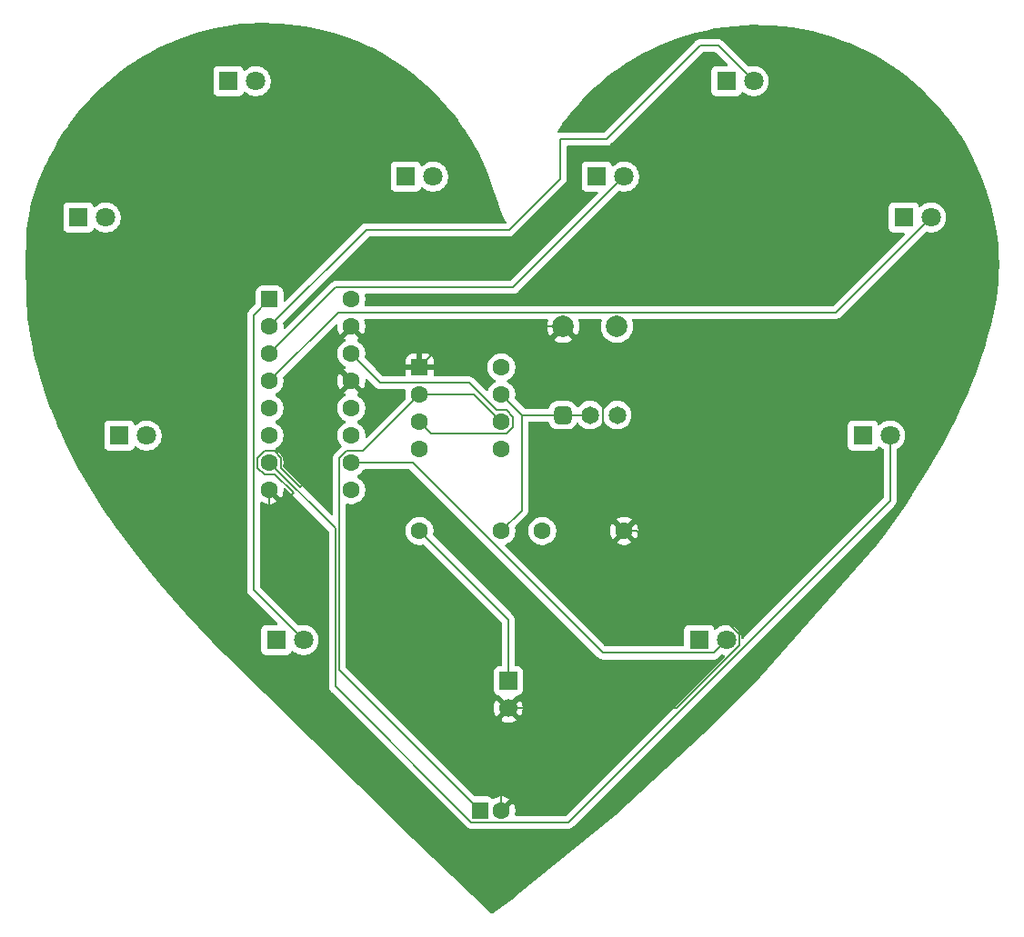
<source format=gbr>
%TF.GenerationSoftware,KiCad,Pcbnew,9.0.6*%
%TF.CreationDate,2026-02-17T17:24:44+05:30*%
%TF.ProjectId,blinky,626c696e-6b79-42e6-9b69-6361645f7063,rev?*%
%TF.SameCoordinates,Original*%
%TF.FileFunction,Copper,L2,Bot*%
%TF.FilePolarity,Positive*%
%FSLAX46Y46*%
G04 Gerber Fmt 4.6, Leading zero omitted, Abs format (unit mm)*
G04 Created by KiCad (PCBNEW 9.0.6) date 2026-02-17 17:24:44*
%MOMM*%
%LPD*%
G01*
G04 APERTURE LIST*
G04 Aperture macros list*
%AMRoundRect*
0 Rectangle with rounded corners*
0 $1 Rounding radius*
0 $2 $3 $4 $5 $6 $7 $8 $9 X,Y pos of 4 corners*
0 Add a 4 corners polygon primitive as box body*
4,1,4,$2,$3,$4,$5,$6,$7,$8,$9,$2,$3,0*
0 Add four circle primitives for the rounded corners*
1,1,$1+$1,$2,$3*
1,1,$1+$1,$4,$5*
1,1,$1+$1,$6,$7*
1,1,$1+$1,$8,$9*
0 Add four rect primitives between the rounded corners*
20,1,$1+$1,$2,$3,$4,$5,0*
20,1,$1+$1,$4,$5,$6,$7,0*
20,1,$1+$1,$6,$7,$8,$9,0*
20,1,$1+$1,$8,$9,$2,$3,0*%
G04 Aperture macros list end*
%TA.AperFunction,ComponentPad*%
%ADD10C,1.800000*%
%TD*%
%TA.AperFunction,ComponentPad*%
%ADD11R,1.800000X1.800000*%
%TD*%
%TA.AperFunction,ComponentPad*%
%ADD12C,1.650000*%
%TD*%
%TA.AperFunction,ComponentPad*%
%ADD13RoundRect,0.412500X-0.412500X-0.412500X0.412500X-0.412500X0.412500X0.412500X-0.412500X0.412500X0*%
%TD*%
%TA.AperFunction,ComponentPad*%
%ADD14C,1.600000*%
%TD*%
%TA.AperFunction,ComponentPad*%
%ADD15C,2.000000*%
%TD*%
%TA.AperFunction,ComponentPad*%
%ADD16RoundRect,0.250000X-0.550000X-0.550000X0.550000X-0.550000X0.550000X0.550000X-0.550000X0.550000X0*%
%TD*%
%TA.AperFunction,ComponentPad*%
%ADD17C,1.700000*%
%TD*%
%TA.AperFunction,ComponentPad*%
%ADD18R,1.700000X1.700000*%
%TD*%
%TA.AperFunction,Conductor*%
%ADD19C,0.200000*%
%TD*%
G04 APERTURE END LIST*
D10*
%TO.P,D5,2,A*%
%TO.N,Net-(D5-A)*%
X133985000Y-124460000D03*
D11*
%TO.P,D5,1,K*%
%TO.N,Net-(D1-K)*%
X131445000Y-124460000D03*
%TD*%
D10*
%TO.P,D9,2,A*%
%TO.N,Net-(D9-A)*%
X175895000Y-72390000D03*
D11*
%TO.P,D9,1,K*%
%TO.N,Net-(D1-K)*%
X173355000Y-72390000D03*
%TD*%
D12*
%TO.P,RV1,3,3*%
%TO.N,TR*%
X163195000Y-103505000D03*
%TO.P,RV1,2,2*%
%TO.N,Net-(U1-DIS)*%
X160655000Y-103505000D03*
D13*
%TO.P,RV1,1,1*%
X158115000Y-103505000D03*
%TD*%
D10*
%TO.P,D7,2,A*%
%TO.N,Net-(D7-A)*%
X188595000Y-105410000D03*
D11*
%TO.P,D7,1,K*%
%TO.N,Net-(D1-K)*%
X186055000Y-105410000D03*
%TD*%
D10*
%TO.P,D8,2,A*%
%TO.N,Net-(D8-A)*%
X192405000Y-85090000D03*
D11*
%TO.P,D8,1,K*%
%TO.N,Net-(D1-K)*%
X189865000Y-85090000D03*
%TD*%
D10*
%TO.P,D10,2,A*%
%TO.N,Net-(D10-A)*%
X163830000Y-81280000D03*
D11*
%TO.P,D10,1,K*%
%TO.N,Net-(D1-K)*%
X161290000Y-81280000D03*
%TD*%
D14*
%TO.P,R1,2*%
%TO.N,Net-(U1-DIS)*%
X152400000Y-114300000D03*
%TO.P,R1,1*%
%TO.N,+5V*%
X144780000Y-114300000D03*
%TD*%
D10*
%TO.P,D1,2,A*%
%TO.N,Net-(D1-A)*%
X146050000Y-81280000D03*
D11*
%TO.P,D1,1,K*%
%TO.N,Net-(D1-K)*%
X143510000Y-81280000D03*
%TD*%
D10*
%TO.P,D3,2,A*%
%TO.N,Net-(D3-A)*%
X115570000Y-85090000D03*
D11*
%TO.P,D3,1,K*%
%TO.N,Net-(D1-K)*%
X113030000Y-85090000D03*
%TD*%
D10*
%TO.P,D2,2,A*%
%TO.N,Net-(D2-A)*%
X129540000Y-72390000D03*
D11*
%TO.P,D2,1,K*%
%TO.N,Net-(D1-K)*%
X127000000Y-72390000D03*
%TD*%
D15*
%TO.P,C2,2*%
%TO.N,Net-(U1-CV)*%
X163155000Y-95250000D03*
%TO.P,C2,1*%
%TO.N,GND*%
X158155000Y-95250000D03*
%TD*%
D14*
%TO.P,C1,2*%
%TO.N,GND*%
X152400000Y-140335000D03*
D16*
%TO.P,C1,1*%
%TO.N,TR*%
X150400000Y-140335000D03*
%TD*%
D14*
%TO.P,R2,2*%
%TO.N,GND*%
X163830000Y-114300000D03*
%TO.P,R2,1*%
%TO.N,Net-(D1-K)*%
X156210000Y-114300000D03*
%TD*%
D10*
%TO.P,D4,2,A*%
%TO.N,Net-(D4-A)*%
X119380000Y-105410000D03*
D11*
%TO.P,D4,1,K*%
%TO.N,Net-(D1-K)*%
X116840000Y-105410000D03*
%TD*%
D14*
%TO.P,U1,8,VCC*%
%TO.N,+5V*%
X152400000Y-99060000D03*
%TO.P,U1,7,DIS*%
%TO.N,Net-(U1-DIS)*%
X152400000Y-101600000D03*
%TO.P,U1,6,THR*%
%TO.N,TR*%
X152400000Y-104140000D03*
%TO.P,U1,5,CV*%
%TO.N,Net-(U1-CV)*%
X152400000Y-106680000D03*
%TO.P,U1,4,R*%
%TO.N,+5V*%
X144780000Y-106680000D03*
%TO.P,U1,3,Q*%
%TO.N,OUT*%
X144780000Y-104140000D03*
%TO.P,U1,2,TR*%
%TO.N,TR*%
X144780000Y-101600000D03*
D16*
%TO.P,U1,1,GND*%
%TO.N,GND*%
X144780000Y-99060000D03*
%TD*%
D10*
%TO.P,D6,2,A*%
%TO.N,Net-(D6-A)*%
X173355000Y-124460000D03*
D11*
%TO.P,D6,1,K*%
%TO.N,Net-(D1-K)*%
X170815000Y-124460000D03*
%TD*%
D17*
%TO.P,J1,2,Pin_2*%
%TO.N,GND*%
X153035000Y-130805000D03*
D18*
%TO.P,J1,1,Pin_1*%
%TO.N,+5V*%
X153035000Y-128265000D03*
%TD*%
D16*
%TO.P,U2,1,Q5*%
%TO.N,Net-(D5-A)*%
X130815000Y-92710000D03*
D14*
%TO.P,U2,2,Q1*%
%TO.N,Net-(D9-A)*%
X130815000Y-95250000D03*
%TO.P,U2,3,Q0*%
%TO.N,Net-(D10-A)*%
X130815000Y-97790000D03*
%TO.P,U2,4,Q2*%
%TO.N,Net-(D8-A)*%
X130815000Y-100330000D03*
%TO.P,U2,5,Q6*%
%TO.N,Net-(D4-A)*%
X130815000Y-102870000D03*
%TO.P,U2,6,Q7*%
%TO.N,Net-(D3-A)*%
X130815000Y-105410000D03*
%TO.P,U2,7,Q3*%
%TO.N,Net-(D7-A)*%
X130815000Y-107950000D03*
%TO.P,U2,8,VSS*%
%TO.N,GND*%
X130815000Y-110490000D03*
%TO.P,U2,9,Q8*%
%TO.N,Net-(D2-A)*%
X138435000Y-110490000D03*
%TO.P,U2,10,Q4*%
%TO.N,Net-(D6-A)*%
X138435000Y-107950000D03*
%TO.P,U2,11,Q9*%
%TO.N,Net-(D1-A)*%
X138435000Y-105410000D03*
%TO.P,U2,12,Cout*%
%TO.N,unconnected-(U2-Cout-Pad12)*%
X138435000Y-102870000D03*
%TO.P,U2,13,CKEN*%
%TO.N,GND*%
X138435000Y-100330000D03*
%TO.P,U2,14,CLK*%
%TO.N,OUT*%
X138435000Y-97790000D03*
%TO.P,U2,15,Reset*%
%TO.N,GND*%
X138435000Y-95250000D03*
%TO.P,U2,16,VDD*%
%TO.N,+5V*%
X138435000Y-92710000D03*
%TD*%
D19*
%TO.N,GND*%
X168708471Y-130805000D02*
X153035000Y-130805000D01*
X158155000Y-95250000D02*
X161848800Y-98943800D01*
%TO.N,Net-(U1-DIS)*%
X158115000Y-103505000D02*
X154305000Y-103505000D01*
%TO.N,TR*%
X150400000Y-140335000D02*
X137334000Y-127269000D01*
%TO.N,Net-(U1-DIS)*%
X154305000Y-103505000D02*
X152400000Y-101600000D01*
%TO.N,OUT*%
X152856050Y-105241000D02*
X145881000Y-105241000D01*
X145881000Y-105241000D02*
X144780000Y-104140000D01*
%TO.N,GND*%
X152400000Y-140335000D02*
X152400000Y-131440000D01*
%TO.N,TR*%
X137334000Y-107493950D02*
X137978950Y-106849000D01*
%TO.N,OUT*%
X138435000Y-97790000D02*
X141144000Y-100499000D01*
%TO.N,Net-(U1-DIS)*%
X158115000Y-103505000D02*
X160655000Y-103505000D01*
%TO.N,+5V*%
X153035000Y-128265000D02*
X153035000Y-122555000D01*
%TO.N,TR*%
X137978950Y-106849000D02*
X139531000Y-106849000D01*
X139531000Y-106849000D02*
X144780000Y-101600000D01*
%TO.N,OUT*%
X153501000Y-103683950D02*
X153501000Y-104596050D01*
%TO.N,GND*%
X174556000Y-124957471D02*
X168708471Y-130805000D01*
%TO.N,Net-(U1-DIS)*%
X154305000Y-112395000D02*
X152400000Y-114300000D01*
%TO.N,TR*%
X137334000Y-127269000D02*
X137334000Y-107493950D01*
%TO.N,OUT*%
X152856050Y-103039000D02*
X153501000Y-103683950D01*
%TO.N,+5V*%
X153035000Y-122555000D02*
X144780000Y-114300000D01*
%TO.N,GND*%
X161848800Y-98943800D02*
X161848800Y-112318800D01*
X161848800Y-112318800D02*
X163830000Y-114300000D01*
%TO.N,TR*%
X149860000Y-101600000D02*
X152400000Y-104140000D01*
%TO.N,GND*%
X152400000Y-131440000D02*
X153035000Y-130805000D01*
X174556000Y-123894630D02*
X174556000Y-124957471D01*
%TO.N,Net-(U1-DIS)*%
X154305000Y-103505000D02*
X154305000Y-112395000D01*
%TO.N,OUT*%
X151943950Y-103039000D02*
X152856050Y-103039000D01*
X149403950Y-100499000D02*
X151943950Y-103039000D01*
X153501000Y-104596050D02*
X152856050Y-105241000D01*
X141144000Y-100499000D02*
X149403950Y-100499000D01*
%TO.N,GND*%
X158155000Y-95250000D02*
X148590000Y-95250000D01*
X163830000Y-114300000D02*
X164961370Y-114300000D01*
X164961370Y-114300000D02*
X174556000Y-123894630D01*
X148590000Y-95250000D02*
X144780000Y-99060000D01*
%TO.N,TR*%
X144780000Y-101600000D02*
X149860000Y-101600000D01*
%TO.N,Net-(D6-A)*%
X172154000Y-125661000D02*
X173355000Y-124460000D01*
%TO.N,Net-(D7-A)*%
X136933000Y-128754160D02*
X149614840Y-141436000D01*
%TO.N,Net-(D9-A)*%
X157886400Y-81478671D02*
X157886400Y-77800200D01*
X162179000Y-77800200D02*
X170891200Y-69088000D01*
%TO.N,Net-(D7-A)*%
X158644571Y-141436000D02*
X188595000Y-111485571D01*
%TO.N,Net-(D6-A)*%
X144145000Y-107950000D02*
X161856000Y-125661000D01*
%TO.N,Net-(D8-A)*%
X137196000Y-93949000D02*
X183546000Y-93949000D01*
%TO.N,Net-(D9-A)*%
X153106671Y-86258400D02*
X157886400Y-81478671D01*
X130815000Y-95250000D02*
X139806600Y-86258400D01*
%TO.N,Net-(D7-A)*%
X188595000Y-111485571D02*
X188595000Y-105410000D01*
%TO.N,Net-(D9-A)*%
X139806600Y-86258400D02*
X153106671Y-86258400D01*
%TO.N,Net-(D10-A)*%
X136996000Y-91609000D02*
X153501000Y-91609000D01*
%TO.N,Net-(D7-A)*%
X149614840Y-141436000D02*
X158644571Y-141436000D01*
%TO.N,Net-(D5-A)*%
X129313000Y-94212000D02*
X130815000Y-92710000D01*
%TO.N,Net-(D8-A)*%
X130815000Y-100330000D02*
X137196000Y-93949000D01*
%TO.N,Net-(D9-A)*%
X170891200Y-69088000D02*
X172593000Y-69088000D01*
X157886400Y-77800200D02*
X162179000Y-77800200D01*
X172593000Y-69088000D02*
X175895000Y-72390000D01*
%TO.N,Net-(D10-A)*%
X153501000Y-91609000D02*
X163830000Y-81280000D01*
%TO.N,Net-(D6-A)*%
X161856000Y-125661000D02*
X172154000Y-125661000D01*
%TO.N,Net-(D7-A)*%
X136933000Y-114068000D02*
X136933000Y-128754160D01*
%TO.N,Net-(D8-A)*%
X183546000Y-93949000D02*
X192405000Y-85090000D01*
%TO.N,Net-(D6-A)*%
X138435000Y-107950000D02*
X144145000Y-107950000D01*
%TO.N,Net-(D10-A)*%
X130815000Y-97790000D02*
X136996000Y-91609000D01*
%TO.N,Net-(D7-A)*%
X130815000Y-107950000D02*
X136933000Y-114068000D01*
%TO.N,Net-(D5-A)*%
X129313000Y-119788000D02*
X129313000Y-94212000D01*
X133985000Y-124460000D02*
X129313000Y-119788000D01*
%TO.N,GND*%
X131271050Y-106849000D02*
X131916000Y-107493950D01*
X130358950Y-109051000D02*
X129714000Y-108406050D01*
X130358950Y-106849000D02*
X131271050Y-106849000D01*
X129714000Y-107493950D02*
X130358950Y-106849000D01*
X131877075Y-108444975D02*
X133631050Y-110198950D01*
X134794000Y-109036000D02*
X134794000Y-103971000D01*
X133063950Y-110766050D02*
X131309975Y-109012075D01*
X131916000Y-107493950D02*
X131916000Y-108406050D01*
X134794000Y-103971000D02*
X138435000Y-100330000D01*
X131271050Y-109051000D02*
X130358950Y-109051000D01*
X131190000Y-112640000D02*
X130815000Y-112265000D01*
X131916000Y-108406050D02*
X131877075Y-108444975D01*
X131190000Y-112640000D02*
X133063950Y-110766050D01*
X133631050Y-110198950D02*
X134794000Y-109036000D01*
X131309975Y-109012075D02*
X131271050Y-109051000D01*
X129714000Y-108406050D02*
X129714000Y-107493950D01*
X130815000Y-112265000D02*
X130815000Y-110490000D01*
%TD*%
%TA.AperFunction,Conductor*%
%TO.N,GND*%
G36*
X130416863Y-66986648D02*
G01*
X131143273Y-67004258D01*
X131147383Y-67004426D01*
X131872866Y-67046137D01*
X131876632Y-67046412D01*
X132643798Y-67114248D01*
X132647221Y-67114600D01*
X133412260Y-67204152D01*
X133415666Y-67204599D01*
X134177855Y-67315784D01*
X134181226Y-67316324D01*
X134939611Y-67448992D01*
X134943476Y-67449733D01*
X135660676Y-67599153D01*
X135664964Y-67600127D01*
X136375968Y-67775233D01*
X136380235Y-67776366D01*
X137084429Y-67976995D01*
X137088649Y-67978280D01*
X137785160Y-68204181D01*
X137789332Y-68205618D01*
X138477239Y-68456493D01*
X138481384Y-68458089D01*
X139159785Y-68733609D01*
X139163854Y-68735347D01*
X139831893Y-69035165D01*
X139835878Y-69037041D01*
X140492707Y-69360777D01*
X140496744Y-69362861D01*
X141255749Y-69772572D01*
X141259813Y-69774866D01*
X142002770Y-70213161D01*
X142006753Y-70215614D01*
X142490370Y-70526271D01*
X142732484Y-70681796D01*
X142736400Y-70684418D01*
X142745485Y-70690754D01*
X143443920Y-71177857D01*
X143447674Y-71180583D01*
X144135901Y-71700522D01*
X144139604Y-71703431D01*
X144807611Y-72249170D01*
X144811168Y-72252190D01*
X145458005Y-72822960D01*
X145461438Y-72826108D01*
X145911956Y-73255075D01*
X146061518Y-73397483D01*
X146089603Y-73424224D01*
X146092932Y-73427516D01*
X146698103Y-74048981D01*
X146701262Y-74052351D01*
X147001404Y-74384826D01*
X147282529Y-74696237D01*
X147285601Y-74699773D01*
X147842107Y-75365126D01*
X147845040Y-75368769D01*
X148360937Y-76035191D01*
X148376030Y-76054687D01*
X148378818Y-76058434D01*
X148747577Y-76573895D01*
X148883518Y-76763917D01*
X148886171Y-76767778D01*
X149358611Y-77483865D01*
X149360105Y-77486185D01*
X149371835Y-77504855D01*
X149371999Y-77505437D01*
X149372914Y-77506604D01*
X149773802Y-78168797D01*
X149806743Y-78223208D01*
X149809210Y-78227474D01*
X149949567Y-78481664D01*
X150220193Y-78971775D01*
X150222496Y-78976149D01*
X150603497Y-79736260D01*
X150605623Y-79740723D01*
X150956005Y-80515371D01*
X150957952Y-80519914D01*
X151277189Y-81307928D01*
X151278954Y-81312546D01*
X151566532Y-82112670D01*
X151568111Y-82117354D01*
X151804835Y-82868831D01*
X151804896Y-82869028D01*
X151807447Y-82877175D01*
X151807472Y-82877723D01*
X151825276Y-82934103D01*
X151825459Y-82934685D01*
X151825459Y-82934694D01*
X151826116Y-82936851D01*
X151842842Y-82993890D01*
X151844686Y-82998061D01*
X151849512Y-83010842D01*
X151954622Y-83343669D01*
X152080601Y-83742573D01*
X152080600Y-83742573D01*
X152084545Y-83755065D01*
X152085784Y-83768012D01*
X152104331Y-83817716D01*
X152105292Y-83820758D01*
X152120311Y-83868316D01*
X152120504Y-83868729D01*
X152131888Y-83891563D01*
X152368326Y-84525176D01*
X152370235Y-84538084D01*
X152391295Y-84586732D01*
X152392407Y-84589711D01*
X152392409Y-84589716D01*
X152409839Y-84636423D01*
X152409930Y-84636594D01*
X152422608Y-84659060D01*
X152485073Y-84803347D01*
X152629788Y-85137620D01*
X152630376Y-85141232D01*
X152655934Y-85198013D01*
X152680692Y-85255200D01*
X152680781Y-85255348D01*
X152686456Y-85263144D01*
X152751118Y-85360107D01*
X152751118Y-85360108D01*
X152834558Y-85449073D01*
X152866061Y-85511437D01*
X152858847Y-85580933D01*
X152815205Y-85635497D01*
X152748992Y-85657804D01*
X152744113Y-85657900D01*
X139893270Y-85657900D01*
X139893254Y-85657899D01*
X139885658Y-85657899D01*
X139727543Y-85657899D01*
X139651179Y-85678361D01*
X139574814Y-85698823D01*
X139574809Y-85698826D01*
X139437890Y-85777875D01*
X139437882Y-85777881D01*
X132327180Y-92888583D01*
X132265857Y-92922068D01*
X132196165Y-92917084D01*
X132140232Y-92875212D01*
X132115815Y-92809748D01*
X132115499Y-92800902D01*
X132115499Y-92109998D01*
X132115498Y-92109981D01*
X132104999Y-92007203D01*
X132104998Y-92007200D01*
X132091843Y-91967501D01*
X132049814Y-91840666D01*
X131957712Y-91691344D01*
X131833656Y-91567288D01*
X131684334Y-91475186D01*
X131517797Y-91420001D01*
X131517795Y-91420000D01*
X131415010Y-91409500D01*
X130214998Y-91409500D01*
X130214981Y-91409501D01*
X130112203Y-91420000D01*
X130112200Y-91420001D01*
X129945668Y-91475185D01*
X129945663Y-91475187D01*
X129796342Y-91567289D01*
X129672289Y-91691342D01*
X129580187Y-91840663D01*
X129580186Y-91840666D01*
X129525001Y-92007203D01*
X129525001Y-92007204D01*
X129525000Y-92007204D01*
X129514500Y-92109983D01*
X129514500Y-93109901D01*
X129494815Y-93176940D01*
X129478181Y-93197582D01*
X129207289Y-93468475D01*
X128944286Y-93731478D01*
X128944284Y-93731480D01*
X128889301Y-93786463D01*
X128832481Y-93843282D01*
X128832480Y-93843284D01*
X128817089Y-93869943D01*
X128753423Y-93980215D01*
X128712499Y-94132943D01*
X128712499Y-94132945D01*
X128712499Y-94301046D01*
X128712500Y-94301059D01*
X128712500Y-119701330D01*
X128712499Y-119701348D01*
X128712499Y-119867054D01*
X128712498Y-119867054D01*
X128753423Y-120019785D01*
X128782358Y-120069900D01*
X128782359Y-120069904D01*
X128782360Y-120069904D01*
X128832479Y-120156714D01*
X128832481Y-120156717D01*
X128951349Y-120275585D01*
X128951355Y-120275590D01*
X131523583Y-122847819D01*
X131557068Y-122909142D01*
X131552084Y-122978834D01*
X131510212Y-123034767D01*
X131444748Y-123059184D01*
X131435902Y-123059500D01*
X130497129Y-123059500D01*
X130497123Y-123059501D01*
X130437516Y-123065908D01*
X130302671Y-123116202D01*
X130302664Y-123116206D01*
X130187455Y-123202452D01*
X130187452Y-123202455D01*
X130101206Y-123317664D01*
X130101202Y-123317671D01*
X130050908Y-123452517D01*
X130044501Y-123512116D01*
X130044500Y-123512135D01*
X130044500Y-125407870D01*
X130044501Y-125407876D01*
X130050908Y-125467483D01*
X130101202Y-125602328D01*
X130101206Y-125602335D01*
X130187452Y-125717544D01*
X130187455Y-125717547D01*
X130302664Y-125803793D01*
X130302671Y-125803797D01*
X130437517Y-125854091D01*
X130437516Y-125854091D01*
X130444444Y-125854835D01*
X130497127Y-125860500D01*
X132392872Y-125860499D01*
X132452483Y-125854091D01*
X132587331Y-125803796D01*
X132702546Y-125717546D01*
X132788796Y-125602331D01*
X132816429Y-125528243D01*
X132818601Y-125522420D01*
X132860471Y-125466486D01*
X132925936Y-125442068D01*
X132994209Y-125456919D01*
X133022464Y-125478071D01*
X133072636Y-125528243D01*
X133072641Y-125528247D01*
X133174603Y-125602326D01*
X133250978Y-125657815D01*
X133379375Y-125723237D01*
X133447393Y-125757895D01*
X133447396Y-125757896D01*
X133514525Y-125779707D01*
X133657049Y-125826015D01*
X133874778Y-125860500D01*
X133874779Y-125860500D01*
X134095221Y-125860500D01*
X134095222Y-125860500D01*
X134312951Y-125826015D01*
X134522606Y-125757895D01*
X134719022Y-125657815D01*
X134897365Y-125528242D01*
X135053242Y-125372365D01*
X135182815Y-125194022D01*
X135282895Y-124997606D01*
X135351015Y-124787951D01*
X135385500Y-124570222D01*
X135385500Y-124349778D01*
X135351015Y-124132049D01*
X135282895Y-123922394D01*
X135282895Y-123922393D01*
X135248237Y-123854375D01*
X135182815Y-123725978D01*
X135124501Y-123645715D01*
X135053247Y-123547641D01*
X135053243Y-123547636D01*
X134897363Y-123391756D01*
X134897358Y-123391752D01*
X134719025Y-123262187D01*
X134719024Y-123262186D01*
X134719022Y-123262185D01*
X134601791Y-123202452D01*
X134522606Y-123162104D01*
X134522603Y-123162103D01*
X134312952Y-123093985D01*
X134204086Y-123076742D01*
X134095222Y-123059500D01*
X133874778Y-123059500D01*
X133834320Y-123065908D01*
X133657045Y-123093985D01*
X133586794Y-123116811D01*
X133516953Y-123118806D01*
X133460796Y-123086561D01*
X129949819Y-119575583D01*
X129916334Y-119514260D01*
X129913500Y-119487902D01*
X129913500Y-111685274D01*
X129933185Y-111618235D01*
X129985989Y-111572480D01*
X130055147Y-111562536D01*
X130110388Y-111584958D01*
X130133648Y-111601858D01*
X130315968Y-111694755D01*
X130510582Y-111757990D01*
X130712683Y-111790000D01*
X130917317Y-111790000D01*
X131119417Y-111757990D01*
X131314031Y-111694755D01*
X131496349Y-111601859D01*
X131540921Y-111569474D01*
X130861447Y-110890000D01*
X130867661Y-110890000D01*
X130969394Y-110862741D01*
X131060606Y-110810080D01*
X131135080Y-110735606D01*
X131187741Y-110644394D01*
X131215000Y-110542661D01*
X131215000Y-110536447D01*
X131894474Y-111215921D01*
X131926859Y-111171349D01*
X132019755Y-110989031D01*
X132082990Y-110794417D01*
X132115000Y-110592317D01*
X132115000Y-110398597D01*
X132134685Y-110331558D01*
X132187489Y-110285803D01*
X132256647Y-110275859D01*
X132320203Y-110304884D01*
X132326681Y-110310916D01*
X136296181Y-114280416D01*
X136329666Y-114341739D01*
X136332500Y-114368097D01*
X136332500Y-128667490D01*
X136332499Y-128667508D01*
X136332499Y-128833214D01*
X136332498Y-128833214D01*
X136373423Y-128985945D01*
X136402358Y-129036060D01*
X136402359Y-129036064D01*
X136402360Y-129036064D01*
X136452479Y-129122874D01*
X136452481Y-129122877D01*
X136571349Y-129241745D01*
X136571355Y-129241750D01*
X149129979Y-141800374D01*
X149129989Y-141800385D01*
X149134319Y-141804715D01*
X149134320Y-141804716D01*
X149246124Y-141916520D01*
X149332935Y-141966639D01*
X149332937Y-141966641D01*
X149370991Y-141988611D01*
X149383055Y-141995577D01*
X149535783Y-142036500D01*
X158557902Y-142036500D01*
X158557918Y-142036501D01*
X158565514Y-142036501D01*
X158723625Y-142036501D01*
X158723628Y-142036501D01*
X158876356Y-141995577D01*
X158926475Y-141966639D01*
X159013287Y-141916520D01*
X159125091Y-141804716D01*
X159125091Y-141804714D01*
X159135299Y-141794507D01*
X159135301Y-141794504D01*
X188963713Y-111966092D01*
X188963716Y-111966091D01*
X189075520Y-111854287D01*
X189125639Y-111767475D01*
X189154577Y-111717356D01*
X189195501Y-111564628D01*
X189195501Y-111406514D01*
X189195501Y-111398919D01*
X189195500Y-111398901D01*
X189195500Y-106751835D01*
X189215185Y-106684796D01*
X189263206Y-106641350D01*
X189263547Y-106641175D01*
X189329022Y-106607815D01*
X189507365Y-106478242D01*
X189663242Y-106322365D01*
X189792815Y-106144022D01*
X189892895Y-105947606D01*
X189961015Y-105737951D01*
X189995500Y-105520222D01*
X189995500Y-105299778D01*
X189961015Y-105082049D01*
X189892895Y-104872394D01*
X189892895Y-104872393D01*
X189854919Y-104797862D01*
X189792815Y-104675978D01*
X189766108Y-104639219D01*
X189663247Y-104497641D01*
X189663243Y-104497636D01*
X189507363Y-104341756D01*
X189507358Y-104341752D01*
X189329025Y-104212187D01*
X189329024Y-104212186D01*
X189329022Y-104212185D01*
X189261909Y-104177989D01*
X189132606Y-104112104D01*
X189132603Y-104112103D01*
X188922952Y-104043985D01*
X188814086Y-104026742D01*
X188705222Y-104009500D01*
X188484778Y-104009500D01*
X188412201Y-104020995D01*
X188267047Y-104043985D01*
X188057396Y-104112103D01*
X188057393Y-104112104D01*
X187860974Y-104212187D01*
X187682641Y-104341752D01*
X187682636Y-104341756D01*
X187632463Y-104391929D01*
X187571140Y-104425413D01*
X187501448Y-104420428D01*
X187445515Y-104378557D01*
X187428601Y-104347580D01*
X187398797Y-104267671D01*
X187398793Y-104267664D01*
X187312547Y-104152455D01*
X187312544Y-104152452D01*
X187197335Y-104066206D01*
X187197328Y-104066202D01*
X187062482Y-104015908D01*
X187062483Y-104015908D01*
X187002883Y-104009501D01*
X187002881Y-104009500D01*
X187002873Y-104009500D01*
X187002864Y-104009500D01*
X185107129Y-104009500D01*
X185107123Y-104009501D01*
X185047516Y-104015908D01*
X184912671Y-104066202D01*
X184912664Y-104066206D01*
X184797455Y-104152452D01*
X184797452Y-104152455D01*
X184711206Y-104267664D01*
X184711202Y-104267671D01*
X184660908Y-104402517D01*
X184654501Y-104462116D01*
X184654500Y-104462135D01*
X184654500Y-106357870D01*
X184654501Y-106357876D01*
X184660908Y-106417483D01*
X184711202Y-106552328D01*
X184711206Y-106552335D01*
X184797452Y-106667544D01*
X184797455Y-106667547D01*
X184912664Y-106753793D01*
X184912671Y-106753797D01*
X185047517Y-106804091D01*
X185047516Y-106804091D01*
X185054444Y-106804835D01*
X185107127Y-106810500D01*
X187002872Y-106810499D01*
X187062483Y-106804091D01*
X187197331Y-106753796D01*
X187312546Y-106667546D01*
X187398796Y-106552331D01*
X187426429Y-106478243D01*
X187428601Y-106472420D01*
X187470471Y-106416486D01*
X187535936Y-106392068D01*
X187604209Y-106406919D01*
X187632464Y-106428071D01*
X187682636Y-106478243D01*
X187682641Y-106478247D01*
X187860976Y-106607814D01*
X187926794Y-106641350D01*
X187977591Y-106689324D01*
X187994500Y-106751835D01*
X187994500Y-111185474D01*
X187974815Y-111252513D01*
X187958181Y-111273155D01*
X174944819Y-124286516D01*
X174883496Y-124320001D01*
X174813804Y-124315017D01*
X174757871Y-124273145D01*
X174734665Y-124218232D01*
X174721015Y-124132048D01*
X174652896Y-123922396D01*
X174652895Y-123922393D01*
X174618237Y-123854375D01*
X174552815Y-123725978D01*
X174494501Y-123645715D01*
X174423247Y-123547641D01*
X174423243Y-123547636D01*
X174267363Y-123391756D01*
X174267358Y-123391752D01*
X174089025Y-123262187D01*
X174089024Y-123262186D01*
X174089022Y-123262185D01*
X173971791Y-123202452D01*
X173892606Y-123162104D01*
X173892603Y-123162103D01*
X173682952Y-123093985D01*
X173574086Y-123076742D01*
X173465222Y-123059500D01*
X173244778Y-123059500D01*
X173172201Y-123070995D01*
X173027047Y-123093985D01*
X172817396Y-123162103D01*
X172817393Y-123162104D01*
X172620974Y-123262187D01*
X172442641Y-123391752D01*
X172442636Y-123391756D01*
X172392463Y-123441929D01*
X172331140Y-123475413D01*
X172261448Y-123470428D01*
X172205515Y-123428557D01*
X172188601Y-123397580D01*
X172158797Y-123317671D01*
X172158793Y-123317664D01*
X172072547Y-123202455D01*
X172072544Y-123202452D01*
X171957335Y-123116206D01*
X171957328Y-123116202D01*
X171822482Y-123065908D01*
X171822483Y-123065908D01*
X171762883Y-123059501D01*
X171762881Y-123059500D01*
X171762873Y-123059500D01*
X171762864Y-123059500D01*
X169867129Y-123059500D01*
X169867123Y-123059501D01*
X169807516Y-123065908D01*
X169672671Y-123116202D01*
X169672664Y-123116206D01*
X169557455Y-123202452D01*
X169557452Y-123202455D01*
X169471206Y-123317664D01*
X169471202Y-123317671D01*
X169420908Y-123452517D01*
X169418983Y-123470428D01*
X169414500Y-123512127D01*
X169414500Y-124273145D01*
X169414501Y-124936500D01*
X169394816Y-125003539D01*
X169342013Y-125049294D01*
X169290501Y-125060500D01*
X162156097Y-125060500D01*
X162089058Y-125040815D01*
X162068416Y-125024181D01*
X152778312Y-115734077D01*
X152744827Y-115672754D01*
X152749811Y-115603062D01*
X152791683Y-115547129D01*
X152827672Y-115528466D01*
X152899219Y-115505220D01*
X153081610Y-115412287D01*
X153174590Y-115344732D01*
X153247213Y-115291971D01*
X153247215Y-115291968D01*
X153247219Y-115291966D01*
X153391966Y-115147219D01*
X153391968Y-115147215D01*
X153391971Y-115147213D01*
X153445883Y-115073008D01*
X153512287Y-114981610D01*
X153605220Y-114799219D01*
X153668477Y-114604534D01*
X153700500Y-114402352D01*
X153700500Y-114197648D01*
X154909500Y-114197648D01*
X154909500Y-114402351D01*
X154941522Y-114604534D01*
X155004781Y-114799223D01*
X155068691Y-114924653D01*
X155097585Y-114981359D01*
X155097715Y-114981613D01*
X155218028Y-115147213D01*
X155362786Y-115291971D01*
X155483226Y-115379474D01*
X155528390Y-115412287D01*
X155644607Y-115471503D01*
X155710776Y-115505218D01*
X155710778Y-115505218D01*
X155710781Y-115505220D01*
X155782322Y-115528465D01*
X155905465Y-115568477D01*
X156006557Y-115584488D01*
X156107648Y-115600500D01*
X156107649Y-115600500D01*
X156312351Y-115600500D01*
X156312352Y-115600500D01*
X156514534Y-115568477D01*
X156709219Y-115505220D01*
X156891610Y-115412287D01*
X156984590Y-115344732D01*
X157057213Y-115291971D01*
X157057215Y-115291968D01*
X157057219Y-115291966D01*
X157201966Y-115147219D01*
X157201968Y-115147215D01*
X157201971Y-115147213D01*
X157255883Y-115073008D01*
X157322287Y-114981610D01*
X157415220Y-114799219D01*
X157478477Y-114604534D01*
X157510500Y-114402352D01*
X157510500Y-114197682D01*
X162530000Y-114197682D01*
X162530000Y-114402317D01*
X162562009Y-114604417D01*
X162625244Y-114799031D01*
X162718141Y-114981350D01*
X162718147Y-114981359D01*
X162750523Y-115025921D01*
X162750524Y-115025922D01*
X163430000Y-114346446D01*
X163430000Y-114352661D01*
X163457259Y-114454394D01*
X163509920Y-114545606D01*
X163584394Y-114620080D01*
X163675606Y-114672741D01*
X163777339Y-114700000D01*
X163783553Y-114700000D01*
X163104076Y-115379474D01*
X163148650Y-115411859D01*
X163330968Y-115504755D01*
X163525582Y-115567990D01*
X163727683Y-115600000D01*
X163932317Y-115600000D01*
X164134417Y-115567990D01*
X164329031Y-115504755D01*
X164511349Y-115411859D01*
X164555921Y-115379474D01*
X163876447Y-114700000D01*
X163882661Y-114700000D01*
X163984394Y-114672741D01*
X164075606Y-114620080D01*
X164150080Y-114545606D01*
X164202741Y-114454394D01*
X164230000Y-114352661D01*
X164230000Y-114346447D01*
X164909474Y-115025921D01*
X164941859Y-114981349D01*
X165034755Y-114799031D01*
X165097990Y-114604417D01*
X165130000Y-114402317D01*
X165130000Y-114197682D01*
X165097990Y-113995582D01*
X165034755Y-113800968D01*
X164941859Y-113618650D01*
X164909474Y-113574077D01*
X164909474Y-113574076D01*
X164230000Y-114253551D01*
X164230000Y-114247339D01*
X164202741Y-114145606D01*
X164150080Y-114054394D01*
X164075606Y-113979920D01*
X163984394Y-113927259D01*
X163882661Y-113900000D01*
X163876446Y-113900000D01*
X164555922Y-113220524D01*
X164555921Y-113220523D01*
X164511359Y-113188147D01*
X164511350Y-113188141D01*
X164329031Y-113095244D01*
X164134417Y-113032009D01*
X163932317Y-113000000D01*
X163727683Y-113000000D01*
X163525582Y-113032009D01*
X163330968Y-113095244D01*
X163148644Y-113188143D01*
X163104077Y-113220523D01*
X163104077Y-113220524D01*
X163783554Y-113900000D01*
X163777339Y-113900000D01*
X163675606Y-113927259D01*
X163584394Y-113979920D01*
X163509920Y-114054394D01*
X163457259Y-114145606D01*
X163430000Y-114247339D01*
X163430000Y-114253553D01*
X162750524Y-113574077D01*
X162750523Y-113574077D01*
X162718143Y-113618644D01*
X162625244Y-113800968D01*
X162562009Y-113995582D01*
X162530000Y-114197682D01*
X157510500Y-114197682D01*
X157510500Y-114197648D01*
X157490053Y-114068554D01*
X157478477Y-113995465D01*
X157438466Y-113872325D01*
X157415220Y-113800781D01*
X157415218Y-113800778D01*
X157415218Y-113800776D01*
X157322419Y-113618650D01*
X157322287Y-113618390D01*
X157290092Y-113574077D01*
X157201971Y-113452786D01*
X157057213Y-113308028D01*
X156891613Y-113187715D01*
X156891612Y-113187714D01*
X156891610Y-113187713D01*
X156834653Y-113158691D01*
X156709223Y-113094781D01*
X156514534Y-113031522D01*
X156339995Y-113003878D01*
X156312352Y-112999500D01*
X156107648Y-112999500D01*
X156083329Y-113003351D01*
X155905465Y-113031522D01*
X155710776Y-113094781D01*
X155528386Y-113187715D01*
X155362786Y-113308028D01*
X155218028Y-113452786D01*
X155097715Y-113618386D01*
X155004781Y-113800776D01*
X154941522Y-113995465D01*
X154909500Y-114197648D01*
X153700500Y-114197648D01*
X153672801Y-114022764D01*
X153668478Y-113995472D01*
X153668477Y-113995471D01*
X153668477Y-113995466D01*
X153663825Y-113981151D01*
X153661832Y-113911312D01*
X153694075Y-113855158D01*
X154673713Y-112875521D01*
X154673716Y-112875520D01*
X154785520Y-112763716D01*
X154835639Y-112676904D01*
X154864577Y-112626785D01*
X154905501Y-112474057D01*
X154905501Y-112315943D01*
X154905501Y-112308348D01*
X154905500Y-112308330D01*
X154905500Y-104229500D01*
X154925185Y-104162461D01*
X154977989Y-104116706D01*
X155029500Y-104105500D01*
X156712518Y-104105500D01*
X156779557Y-104125185D01*
X156825312Y-104177989D01*
X156832293Y-104197405D01*
X156845446Y-104246492D01*
X156932576Y-104417494D01*
X156954473Y-104444535D01*
X157053354Y-104566645D01*
X157120250Y-104620815D01*
X157202506Y-104687424D01*
X157373508Y-104774554D01*
X157558889Y-104824227D01*
X157638598Y-104830500D01*
X157638606Y-104830500D01*
X158591394Y-104830500D01*
X158591402Y-104830500D01*
X158671111Y-104824227D01*
X158856492Y-104774554D01*
X159027494Y-104687424D01*
X159176645Y-104566645D01*
X159297424Y-104417494D01*
X159363080Y-104288636D01*
X159411054Y-104237840D01*
X159478875Y-104221045D01*
X159545010Y-104243582D01*
X159573879Y-104272041D01*
X159643965Y-104368505D01*
X159791495Y-104516035D01*
X159960286Y-104638670D01*
X160033500Y-104675974D01*
X160146179Y-104733387D01*
X160146181Y-104733387D01*
X160146184Y-104733389D01*
X160252545Y-104767948D01*
X160344610Y-104797862D01*
X160550676Y-104830500D01*
X160550681Y-104830500D01*
X160759324Y-104830500D01*
X160965389Y-104797862D01*
X161037123Y-104774554D01*
X161163816Y-104733389D01*
X161349714Y-104638670D01*
X161518505Y-104516035D01*
X161666035Y-104368505D01*
X161788670Y-104199714D01*
X161807651Y-104162461D01*
X161814515Y-104148990D01*
X161862489Y-104098194D01*
X161930310Y-104081398D01*
X161996445Y-104103935D01*
X162035485Y-104148990D01*
X162061328Y-104199712D01*
X162143086Y-104312241D01*
X162183965Y-104368505D01*
X162331495Y-104516035D01*
X162500286Y-104638670D01*
X162573500Y-104675974D01*
X162686179Y-104733387D01*
X162686181Y-104733387D01*
X162686184Y-104733389D01*
X162792545Y-104767948D01*
X162884610Y-104797862D01*
X163090676Y-104830500D01*
X163090681Y-104830500D01*
X163299324Y-104830500D01*
X163505389Y-104797862D01*
X163577123Y-104774554D01*
X163703816Y-104733389D01*
X163889714Y-104638670D01*
X164058505Y-104516035D01*
X164206035Y-104368505D01*
X164328670Y-104199714D01*
X164423389Y-104013816D01*
X164487862Y-103815389D01*
X164498395Y-103748888D01*
X164520500Y-103609324D01*
X164520500Y-103400675D01*
X164487862Y-103194610D01*
X164423387Y-102996179D01*
X164366644Y-102884815D01*
X164328670Y-102810286D01*
X164206035Y-102641495D01*
X164058505Y-102493965D01*
X163889714Y-102371330D01*
X163888627Y-102370776D01*
X163703820Y-102276612D01*
X163505389Y-102212137D01*
X163299324Y-102179500D01*
X163299319Y-102179500D01*
X163090681Y-102179500D01*
X163090676Y-102179500D01*
X162884610Y-102212137D01*
X162686179Y-102276612D01*
X162500285Y-102371330D01*
X162331493Y-102493966D01*
X162183966Y-102641493D01*
X162061330Y-102810285D01*
X162035485Y-102861010D01*
X161987510Y-102911806D01*
X161919690Y-102928601D01*
X161853555Y-102906064D01*
X161814515Y-102861010D01*
X161788669Y-102810285D01*
X161754683Y-102763508D01*
X161666035Y-102641495D01*
X161518505Y-102493965D01*
X161349714Y-102371330D01*
X161348627Y-102370776D01*
X161163820Y-102276612D01*
X160965389Y-102212137D01*
X160759324Y-102179500D01*
X160759319Y-102179500D01*
X160550681Y-102179500D01*
X160550676Y-102179500D01*
X160344610Y-102212137D01*
X160146179Y-102276612D01*
X159960285Y-102371330D01*
X159791493Y-102493966D01*
X159643966Y-102641493D01*
X159573883Y-102737954D01*
X159518552Y-102780619D01*
X159448939Y-102786598D01*
X159387144Y-102753992D01*
X159363080Y-102721363D01*
X159297425Y-102592507D01*
X159176645Y-102443354D01*
X159084549Y-102368778D01*
X159027494Y-102322576D01*
X158856492Y-102235446D01*
X158856491Y-102235445D01*
X158856490Y-102235445D01*
X158671109Y-102185772D01*
X158591409Y-102179500D01*
X158591402Y-102179500D01*
X157638598Y-102179500D01*
X157638590Y-102179500D01*
X157558890Y-102185772D01*
X157373509Y-102235445D01*
X157202507Y-102322575D01*
X157053354Y-102443354D01*
X156932575Y-102592507D01*
X156845446Y-102763507D01*
X156832293Y-102812595D01*
X156795927Y-102872255D01*
X156733080Y-102902783D01*
X156712518Y-102904500D01*
X154605097Y-102904500D01*
X154538058Y-102884815D01*
X154517416Y-102868181D01*
X153694077Y-102044842D01*
X153660592Y-101983519D01*
X153663828Y-101918841D01*
X153668477Y-101904534D01*
X153700500Y-101702352D01*
X153700500Y-101497648D01*
X153668477Y-101295466D01*
X153668476Y-101295464D01*
X153605218Y-101100776D01*
X153571503Y-101034607D01*
X153512287Y-100918390D01*
X153504556Y-100907749D01*
X153391971Y-100752786D01*
X153247213Y-100608028D01*
X153081614Y-100487715D01*
X153075006Y-100484348D01*
X152988917Y-100440483D01*
X152938123Y-100392511D01*
X152921328Y-100324690D01*
X152943865Y-100258555D01*
X152988917Y-100219516D01*
X153081610Y-100172287D01*
X153139423Y-100130284D01*
X153247213Y-100051971D01*
X153247215Y-100051968D01*
X153247219Y-100051966D01*
X153391966Y-99907219D01*
X153391968Y-99907215D01*
X153391971Y-99907213D01*
X153497546Y-99761899D01*
X153512287Y-99741610D01*
X153605220Y-99559219D01*
X153668477Y-99364534D01*
X153700500Y-99162352D01*
X153700500Y-98957648D01*
X153695742Y-98927609D01*
X153668477Y-98755465D01*
X153605218Y-98560776D01*
X153571503Y-98494607D01*
X153512287Y-98378390D01*
X153496966Y-98357302D01*
X153391971Y-98212786D01*
X153247213Y-98068028D01*
X153081613Y-97947715D01*
X153081612Y-97947714D01*
X153081610Y-97947713D01*
X153022675Y-97917684D01*
X152899223Y-97854781D01*
X152704534Y-97791522D01*
X152529995Y-97763878D01*
X152502352Y-97759500D01*
X152297648Y-97759500D01*
X152273329Y-97763351D01*
X152095465Y-97791522D01*
X151900776Y-97854781D01*
X151718386Y-97947715D01*
X151552786Y-98068028D01*
X151408028Y-98212786D01*
X151287715Y-98378386D01*
X151194781Y-98560776D01*
X151131522Y-98755465D01*
X151099500Y-98957648D01*
X151099500Y-99162351D01*
X151131522Y-99364534D01*
X151194781Y-99559223D01*
X151287715Y-99741613D01*
X151408028Y-99907213D01*
X151552786Y-100051971D01*
X151688975Y-100150916D01*
X151718390Y-100172287D01*
X151809840Y-100218883D01*
X151811080Y-100219515D01*
X151861876Y-100267490D01*
X151878671Y-100335311D01*
X151856134Y-100401446D01*
X151811080Y-100440485D01*
X151718386Y-100487715D01*
X151552786Y-100608028D01*
X151408028Y-100752786D01*
X151287715Y-100918386D01*
X151194781Y-101100777D01*
X151173974Y-101164815D01*
X151134536Y-101222490D01*
X151070177Y-101249688D01*
X151001330Y-101237773D01*
X150968362Y-101214177D01*
X149891540Y-100137355D01*
X149891538Y-100137352D01*
X149772667Y-100018481D01*
X149772659Y-100018475D01*
X149672242Y-99960500D01*
X149672241Y-99960499D01*
X149672241Y-99960500D01*
X149635735Y-99939423D01*
X149600568Y-99930000D01*
X149483007Y-99898499D01*
X149324893Y-99898499D01*
X149317297Y-99898499D01*
X149317281Y-99898500D01*
X146192946Y-99898500D01*
X146125907Y-99878815D01*
X146080152Y-99826011D01*
X146069588Y-99761898D01*
X146079999Y-99659988D01*
X146080000Y-99659973D01*
X146080000Y-99310000D01*
X145095686Y-99310000D01*
X145100080Y-99305606D01*
X145152741Y-99214394D01*
X145180000Y-99112661D01*
X145180000Y-99007339D01*
X145152741Y-98905606D01*
X145100080Y-98814394D01*
X145095686Y-98810000D01*
X146079999Y-98810000D01*
X146079999Y-98460028D01*
X146079998Y-98460013D01*
X146069505Y-98357302D01*
X146014358Y-98190880D01*
X146014356Y-98190875D01*
X145922315Y-98041654D01*
X145798345Y-97917684D01*
X145649124Y-97825643D01*
X145649119Y-97825641D01*
X145482697Y-97770494D01*
X145482690Y-97770493D01*
X145379986Y-97760000D01*
X145030000Y-97760000D01*
X145030000Y-98744314D01*
X145025606Y-98739920D01*
X144934394Y-98687259D01*
X144832661Y-98660000D01*
X144727339Y-98660000D01*
X144625606Y-98687259D01*
X144534394Y-98739920D01*
X144530000Y-98744314D01*
X144530000Y-97760000D01*
X144180028Y-97760000D01*
X144180012Y-97760001D01*
X144077302Y-97770494D01*
X143910880Y-97825641D01*
X143910875Y-97825643D01*
X143761654Y-97917684D01*
X143637684Y-98041654D01*
X143545643Y-98190875D01*
X143545641Y-98190880D01*
X143490494Y-98357302D01*
X143490493Y-98357309D01*
X143480000Y-98460013D01*
X143480000Y-98810000D01*
X144464314Y-98810000D01*
X144459920Y-98814394D01*
X144407259Y-98905606D01*
X144380000Y-99007339D01*
X144380000Y-99112661D01*
X144407259Y-99214394D01*
X144459920Y-99305606D01*
X144464314Y-99310000D01*
X143480001Y-99310000D01*
X143480001Y-99659989D01*
X143490412Y-99761899D01*
X143477642Y-99830592D01*
X143429761Y-99881476D01*
X143367054Y-99898500D01*
X141444098Y-99898500D01*
X141377059Y-99878815D01*
X141356417Y-99862181D01*
X140708630Y-99214394D01*
X139729076Y-98234841D01*
X139695592Y-98173519D01*
X139698828Y-98108841D01*
X139703477Y-98094534D01*
X139735500Y-97892352D01*
X139735500Y-97687648D01*
X139703477Y-97485466D01*
X139640220Y-97290781D01*
X139640218Y-97290778D01*
X139640218Y-97290776D01*
X139606503Y-97224607D01*
X139547287Y-97108390D01*
X139539556Y-97097749D01*
X139426971Y-96942786D01*
X139282213Y-96798028D01*
X139116611Y-96677713D01*
X139023369Y-96630203D01*
X139016959Y-96624149D01*
X139008604Y-96621337D01*
X138991951Y-96600530D01*
X138972574Y-96582229D01*
X138970454Y-96573671D01*
X138964945Y-96566787D01*
X138962184Y-96540275D01*
X138955779Y-96514407D01*
X138958622Y-96506061D01*
X138957710Y-96497293D01*
X138969719Y-96473499D01*
X138978317Y-96448273D01*
X138986048Y-96441149D01*
X138989194Y-96434919D01*
X139008832Y-96420160D01*
X139016750Y-96412866D01*
X139159980Y-96328532D01*
X138481447Y-95650000D01*
X138487661Y-95650000D01*
X138589394Y-95622741D01*
X138680606Y-95570080D01*
X138755080Y-95495606D01*
X138807741Y-95404394D01*
X138835000Y-95302661D01*
X138835000Y-95296447D01*
X139514474Y-95975921D01*
X139546859Y-95931349D01*
X139639755Y-95749031D01*
X139702990Y-95554417D01*
X139735000Y-95352317D01*
X139735000Y-95147682D01*
X139702990Y-94945582D01*
X139639754Y-94750966D01*
X139628967Y-94729796D01*
X139616070Y-94661127D01*
X139642345Y-94596386D01*
X139699451Y-94556129D01*
X139739451Y-94549500D01*
X156634742Y-94549500D01*
X156701781Y-94569185D01*
X156747536Y-94621989D01*
X156757480Y-94691147D01*
X156752673Y-94711818D01*
X156691934Y-94898751D01*
X156655000Y-95131947D01*
X156655000Y-95368052D01*
X156691934Y-95601247D01*
X156764897Y-95825802D01*
X156872087Y-96036174D01*
X156932338Y-96119104D01*
X156932340Y-96119105D01*
X157672037Y-95379408D01*
X157689075Y-95442993D01*
X157754901Y-95557007D01*
X157847993Y-95650099D01*
X157962007Y-95715925D01*
X158025590Y-95732962D01*
X157285893Y-96472658D01*
X157368828Y-96532914D01*
X157579197Y-96640102D01*
X157803752Y-96713065D01*
X157803751Y-96713065D01*
X158036948Y-96750000D01*
X158273052Y-96750000D01*
X158506247Y-96713065D01*
X158730802Y-96640102D01*
X158941163Y-96532918D01*
X158941169Y-96532914D01*
X159024104Y-96472658D01*
X159024105Y-96472658D01*
X158284408Y-95732962D01*
X158347993Y-95715925D01*
X158462007Y-95650099D01*
X158555099Y-95557007D01*
X158620925Y-95442993D01*
X158637962Y-95379409D01*
X159377658Y-96119105D01*
X159377658Y-96119104D01*
X159437914Y-96036169D01*
X159437918Y-96036163D01*
X159545102Y-95825802D01*
X159618065Y-95601247D01*
X159655000Y-95368052D01*
X159655000Y-95131947D01*
X159618065Y-94898751D01*
X159557327Y-94711818D01*
X159555332Y-94641977D01*
X159591412Y-94582144D01*
X159654113Y-94551316D01*
X159675258Y-94549500D01*
X161634216Y-94549500D01*
X161701255Y-94569185D01*
X161747010Y-94621989D01*
X161756954Y-94691147D01*
X161752148Y-94711812D01*
X161739741Y-94750000D01*
X161691446Y-94898631D01*
X161654500Y-95131902D01*
X161654500Y-95368097D01*
X161691446Y-95601368D01*
X161764433Y-95825996D01*
X161840825Y-95975922D01*
X161871657Y-96036433D01*
X162010483Y-96227510D01*
X162177490Y-96394517D01*
X162368567Y-96533343D01*
X162434205Y-96566787D01*
X162579003Y-96640566D01*
X162579005Y-96640566D01*
X162579008Y-96640568D01*
X162693328Y-96677713D01*
X162803631Y-96713553D01*
X163036903Y-96750500D01*
X163036908Y-96750500D01*
X163273097Y-96750500D01*
X163506368Y-96713553D01*
X163507870Y-96713065D01*
X163730992Y-96640568D01*
X163941433Y-96533343D01*
X164132510Y-96394517D01*
X164299517Y-96227510D01*
X164438343Y-96036433D01*
X164545568Y-95825992D01*
X164618553Y-95601368D01*
X164618572Y-95601247D01*
X164655500Y-95368097D01*
X164655500Y-95131902D01*
X164618553Y-94898631D01*
X164570259Y-94750000D01*
X164557852Y-94711817D01*
X164555858Y-94641978D01*
X164591938Y-94582145D01*
X164654639Y-94551316D01*
X164675784Y-94549500D01*
X183459331Y-94549500D01*
X183459347Y-94549501D01*
X183466943Y-94549501D01*
X183625054Y-94549501D01*
X183625057Y-94549501D01*
X183777785Y-94508577D01*
X183855744Y-94463567D01*
X183914716Y-94429520D01*
X184026520Y-94317716D01*
X184026520Y-94317714D01*
X184036724Y-94307511D01*
X184036728Y-94307506D01*
X191880797Y-86463436D01*
X191942118Y-86429953D01*
X192006794Y-86433188D01*
X192026051Y-86439444D01*
X192077049Y-86456015D01*
X192294778Y-86490500D01*
X192294779Y-86490500D01*
X192515221Y-86490500D01*
X192515222Y-86490500D01*
X192732951Y-86456015D01*
X192942606Y-86387895D01*
X193139022Y-86287815D01*
X193317365Y-86158242D01*
X193473242Y-86002365D01*
X193602815Y-85824022D01*
X193702895Y-85627606D01*
X193771015Y-85417951D01*
X193805500Y-85200222D01*
X193805500Y-84979778D01*
X193771015Y-84762049D01*
X193736955Y-84657221D01*
X193702896Y-84552396D01*
X193702895Y-84552393D01*
X193668237Y-84484375D01*
X193602815Y-84355978D01*
X193498882Y-84212925D01*
X193473247Y-84177641D01*
X193473243Y-84177636D01*
X193317363Y-84021756D01*
X193317358Y-84021752D01*
X193139025Y-83892187D01*
X193139024Y-83892186D01*
X193139022Y-83892185D01*
X193039823Y-83841640D01*
X192942606Y-83792104D01*
X192942603Y-83792103D01*
X192732952Y-83723985D01*
X192624086Y-83706742D01*
X192515222Y-83689500D01*
X192294778Y-83689500D01*
X192222201Y-83700995D01*
X192077047Y-83723985D01*
X191867396Y-83792103D01*
X191867393Y-83792104D01*
X191670974Y-83892187D01*
X191492641Y-84021752D01*
X191492636Y-84021756D01*
X191442463Y-84071929D01*
X191381140Y-84105413D01*
X191311448Y-84100428D01*
X191255515Y-84058557D01*
X191238601Y-84027580D01*
X191208797Y-83947671D01*
X191208793Y-83947664D01*
X191122547Y-83832455D01*
X191122544Y-83832452D01*
X191007335Y-83746206D01*
X191007328Y-83746202D01*
X190872482Y-83695908D01*
X190872483Y-83695908D01*
X190812883Y-83689501D01*
X190812881Y-83689500D01*
X190812873Y-83689500D01*
X190812864Y-83689500D01*
X188917129Y-83689500D01*
X188917123Y-83689501D01*
X188857516Y-83695908D01*
X188722671Y-83746202D01*
X188722664Y-83746206D01*
X188607455Y-83832452D01*
X188607452Y-83832455D01*
X188521206Y-83947664D01*
X188521202Y-83947671D01*
X188470908Y-84082517D01*
X188464501Y-84142116D01*
X188464500Y-84142135D01*
X188464500Y-86037870D01*
X188464501Y-86037876D01*
X188470908Y-86097483D01*
X188521202Y-86232328D01*
X188521206Y-86232335D01*
X188607452Y-86347544D01*
X188607455Y-86347547D01*
X188722664Y-86433793D01*
X188722671Y-86433797D01*
X188857517Y-86484091D01*
X188857516Y-86484091D01*
X188864444Y-86484835D01*
X188917127Y-86490500D01*
X189855902Y-86490499D01*
X189922941Y-86510183D01*
X189968696Y-86562987D01*
X189978640Y-86632146D01*
X189949615Y-86695702D01*
X189943583Y-86702180D01*
X183333584Y-93312181D01*
X183272261Y-93345666D01*
X183245903Y-93348500D01*
X139765636Y-93348500D01*
X139698597Y-93328815D01*
X139652842Y-93276011D01*
X139642898Y-93206853D01*
X139647703Y-93186186D01*
X139703477Y-93014534D01*
X139735500Y-92812352D01*
X139735500Y-92607648D01*
X139703477Y-92405466D01*
X139703475Y-92405462D01*
X139703475Y-92405457D01*
X139692545Y-92371817D01*
X139690550Y-92301976D01*
X139726631Y-92242144D01*
X139789332Y-92211316D01*
X139810476Y-92209500D01*
X153414331Y-92209500D01*
X153414347Y-92209501D01*
X153421943Y-92209501D01*
X153580054Y-92209501D01*
X153580057Y-92209501D01*
X153732785Y-92168577D01*
X153789270Y-92135965D01*
X153869716Y-92089520D01*
X153981520Y-91977716D01*
X153981520Y-91977714D01*
X153991724Y-91967511D01*
X153991728Y-91967506D01*
X163305797Y-82653436D01*
X163367118Y-82619953D01*
X163431794Y-82623188D01*
X163451051Y-82629444D01*
X163502049Y-82646015D01*
X163719778Y-82680500D01*
X163719779Y-82680500D01*
X163940221Y-82680500D01*
X163940222Y-82680500D01*
X164157951Y-82646015D01*
X164367606Y-82577895D01*
X164564022Y-82477815D01*
X164742365Y-82348242D01*
X164898242Y-82192365D01*
X165027815Y-82014022D01*
X165127895Y-81817606D01*
X165196015Y-81607951D01*
X165230500Y-81390222D01*
X165230500Y-81169778D01*
X165196015Y-80952049D01*
X165145035Y-80795147D01*
X165127896Y-80742396D01*
X165127895Y-80742393D01*
X165093237Y-80674375D01*
X165027815Y-80545978D01*
X164969501Y-80465715D01*
X164898247Y-80367641D01*
X164898243Y-80367636D01*
X164742363Y-80211756D01*
X164742358Y-80211752D01*
X164564025Y-80082187D01*
X164564024Y-80082186D01*
X164564022Y-80082185D01*
X164446791Y-80022452D01*
X164367606Y-79982104D01*
X164367603Y-79982103D01*
X164157952Y-79913985D01*
X164049086Y-79896742D01*
X163940222Y-79879500D01*
X163719778Y-79879500D01*
X163647201Y-79890995D01*
X163502047Y-79913985D01*
X163292396Y-79982103D01*
X163292393Y-79982104D01*
X163095974Y-80082187D01*
X162917641Y-80211752D01*
X162917636Y-80211756D01*
X162867463Y-80261929D01*
X162806140Y-80295413D01*
X162736448Y-80290428D01*
X162680515Y-80248557D01*
X162663601Y-80217580D01*
X162633797Y-80137671D01*
X162633793Y-80137664D01*
X162547547Y-80022455D01*
X162547544Y-80022452D01*
X162432335Y-79936206D01*
X162432328Y-79936202D01*
X162297482Y-79885908D01*
X162297483Y-79885908D01*
X162237883Y-79879501D01*
X162237881Y-79879500D01*
X162237873Y-79879500D01*
X162237864Y-79879500D01*
X160342129Y-79879500D01*
X160342123Y-79879501D01*
X160282516Y-79885908D01*
X160147671Y-79936202D01*
X160147664Y-79936206D01*
X160032455Y-80022452D01*
X160032452Y-80022455D01*
X159946206Y-80137664D01*
X159946202Y-80137671D01*
X159895908Y-80272517D01*
X159889501Y-80332116D01*
X159889500Y-80332135D01*
X159889500Y-82227870D01*
X159889501Y-82227876D01*
X159895908Y-82287483D01*
X159946202Y-82422328D01*
X159946206Y-82422335D01*
X160032452Y-82537544D01*
X160032455Y-82537547D01*
X160147664Y-82623793D01*
X160147671Y-82623797D01*
X160282517Y-82674091D01*
X160282516Y-82674091D01*
X160289444Y-82674835D01*
X160342127Y-82680500D01*
X161280902Y-82680499D01*
X161347941Y-82700183D01*
X161393696Y-82752987D01*
X161403640Y-82822146D01*
X161374615Y-82885702D01*
X161368583Y-82892180D01*
X153288584Y-90972181D01*
X153227261Y-91005666D01*
X153200903Y-91008500D01*
X137082669Y-91008500D01*
X137082653Y-91008499D01*
X137075057Y-91008499D01*
X136916943Y-91008499D01*
X136809587Y-91037265D01*
X136764210Y-91049424D01*
X136764209Y-91049425D01*
X136714096Y-91078359D01*
X136714095Y-91078360D01*
X136670689Y-91103420D01*
X136627285Y-91128479D01*
X136627282Y-91128481D01*
X132327181Y-95428583D01*
X132265858Y-95462068D01*
X132196166Y-95457084D01*
X132140233Y-95415212D01*
X132115816Y-95349748D01*
X132115500Y-95340902D01*
X132115500Y-95147648D01*
X132083478Y-94945472D01*
X132083477Y-94945471D01*
X132083477Y-94945466D01*
X132078825Y-94931151D01*
X132076832Y-94861312D01*
X132109075Y-94805158D01*
X140019017Y-86895219D01*
X140080340Y-86861734D01*
X140106698Y-86858900D01*
X153020002Y-86858900D01*
X153020018Y-86858901D01*
X153027614Y-86858901D01*
X153185725Y-86858901D01*
X153185728Y-86858901D01*
X153338456Y-86817977D01*
X153419465Y-86771206D01*
X153475387Y-86738920D01*
X153587191Y-86627116D01*
X153587191Y-86627114D01*
X153597395Y-86616911D01*
X153597398Y-86616906D01*
X158366920Y-81847387D01*
X158445977Y-81710455D01*
X158486901Y-81557728D01*
X158486901Y-81399613D01*
X158486901Y-81392018D01*
X158486900Y-81392000D01*
X158486900Y-78524700D01*
X158506585Y-78457661D01*
X158559389Y-78411906D01*
X158610900Y-78400700D01*
X162092331Y-78400700D01*
X162092347Y-78400701D01*
X162099943Y-78400701D01*
X162258054Y-78400701D01*
X162258057Y-78400701D01*
X162410785Y-78359777D01*
X162493275Y-78312151D01*
X162547716Y-78280720D01*
X162659520Y-78168916D01*
X162659520Y-78168914D01*
X162669724Y-78158711D01*
X162669727Y-78158706D01*
X171103616Y-69724819D01*
X171164939Y-69691334D01*
X171191297Y-69688500D01*
X172292903Y-69688500D01*
X172359942Y-69708185D01*
X172380584Y-69724819D01*
X173433584Y-70777819D01*
X173467069Y-70839142D01*
X173462085Y-70908834D01*
X173420213Y-70964767D01*
X173354749Y-70989184D01*
X173345903Y-70989500D01*
X172407129Y-70989500D01*
X172407123Y-70989501D01*
X172347516Y-70995908D01*
X172212671Y-71046202D01*
X172212664Y-71046206D01*
X172097455Y-71132452D01*
X172097452Y-71132455D01*
X172011206Y-71247664D01*
X172011202Y-71247671D01*
X171960908Y-71382517D01*
X171954501Y-71442116D01*
X171954500Y-71442135D01*
X171954500Y-73337870D01*
X171954501Y-73337876D01*
X171960908Y-73397483D01*
X172011202Y-73532328D01*
X172011206Y-73532335D01*
X172097452Y-73647544D01*
X172097455Y-73647547D01*
X172212664Y-73733793D01*
X172212671Y-73733797D01*
X172347517Y-73784091D01*
X172347516Y-73784091D01*
X172354444Y-73784835D01*
X172407127Y-73790500D01*
X174302872Y-73790499D01*
X174362483Y-73784091D01*
X174497331Y-73733796D01*
X174612546Y-73647546D01*
X174698796Y-73532331D01*
X174726429Y-73458243D01*
X174728601Y-73452420D01*
X174770471Y-73396486D01*
X174835936Y-73372068D01*
X174904209Y-73386919D01*
X174932464Y-73408071D01*
X174982636Y-73458243D01*
X174982641Y-73458247D01*
X175050803Y-73507769D01*
X175160978Y-73587815D01*
X175289375Y-73653237D01*
X175357393Y-73687895D01*
X175357396Y-73687896D01*
X175462221Y-73721955D01*
X175567049Y-73756015D01*
X175784778Y-73790500D01*
X175784779Y-73790500D01*
X176005221Y-73790500D01*
X176005222Y-73790500D01*
X176222951Y-73756015D01*
X176432606Y-73687895D01*
X176629022Y-73587815D01*
X176807365Y-73458242D01*
X176963242Y-73302365D01*
X177092815Y-73124022D01*
X177192895Y-72927606D01*
X177261015Y-72717951D01*
X177295500Y-72500222D01*
X177295500Y-72279778D01*
X177261015Y-72062049D01*
X177202772Y-71882793D01*
X177192896Y-71852396D01*
X177192895Y-71852393D01*
X177156344Y-71780659D01*
X177092815Y-71655978D01*
X177034501Y-71575715D01*
X176963247Y-71477641D01*
X176963243Y-71477636D01*
X176807363Y-71321756D01*
X176807358Y-71321752D01*
X176629025Y-71192187D01*
X176629024Y-71192186D01*
X176629022Y-71192185D01*
X176511791Y-71132452D01*
X176432606Y-71092104D01*
X176432603Y-71092103D01*
X176222952Y-71023985D01*
X176114086Y-71006742D01*
X176005222Y-70989500D01*
X175784778Y-70989500D01*
X175744320Y-70995908D01*
X175567045Y-71023985D01*
X175496794Y-71046811D01*
X175426953Y-71048806D01*
X175370796Y-71016561D01*
X173080590Y-68726355D01*
X173080588Y-68726352D01*
X172961717Y-68607481D01*
X172961716Y-68607480D01*
X172858483Y-68547879D01*
X172858482Y-68547878D01*
X172824783Y-68528422D01*
X172768881Y-68513443D01*
X172672057Y-68487499D01*
X172513943Y-68487499D01*
X172506347Y-68487499D01*
X172506331Y-68487500D01*
X170812140Y-68487500D01*
X170771219Y-68498464D01*
X170771219Y-68498465D01*
X170733951Y-68508451D01*
X170659414Y-68528423D01*
X170659409Y-68528426D01*
X170522490Y-68607475D01*
X170522482Y-68607481D01*
X170450542Y-68679422D01*
X170410680Y-68719284D01*
X170410678Y-68719286D01*
X166172227Y-72957738D01*
X161966584Y-77163381D01*
X161905261Y-77196866D01*
X161878903Y-77199700D01*
X157807338Y-77199700D01*
X157757523Y-77213048D01*
X157732475Y-77212451D01*
X157707666Y-77215994D01*
X157698142Y-77211633D01*
X157687674Y-77211384D01*
X157666923Y-77197339D01*
X157644139Y-77186907D01*
X157638485Y-77178091D01*
X157629812Y-77172221D01*
X157619948Y-77149186D01*
X157606421Y-77128093D01*
X157606431Y-77117618D01*
X157602309Y-77107992D01*
X157606464Y-77083280D01*
X157606489Y-77058223D01*
X157613110Y-77043760D01*
X157613896Y-77039090D01*
X157621170Y-77026151D01*
X157670651Y-76949319D01*
X157672975Y-76945845D01*
X158055395Y-76394585D01*
X158057955Y-76391032D01*
X158555130Y-75726838D01*
X158557968Y-75723192D01*
X159079757Y-75078384D01*
X159082740Y-75074839D01*
X159167824Y-74977459D01*
X159376538Y-74738580D01*
X159628459Y-74450250D01*
X159631585Y-74446804D01*
X160200530Y-73843236D01*
X160203743Y-73839953D01*
X160795099Y-73258276D01*
X160798459Y-73255093D01*
X161411342Y-72696175D01*
X161414802Y-72693138D01*
X162048345Y-72157771D01*
X162051921Y-72154863D01*
X162705267Y-71643771D01*
X162708950Y-71641001D01*
X163381093Y-71154973D01*
X163384877Y-71152344D01*
X164074926Y-70692021D01*
X164078786Y-70689551D01*
X164785712Y-70255624D01*
X164789692Y-70253283D01*
X165512486Y-69846368D01*
X165516531Y-69844190D01*
X166254119Y-69464889D01*
X166258404Y-69462789D01*
X167077771Y-69081091D01*
X167082273Y-69079102D01*
X167916307Y-68730726D01*
X167920885Y-68728922D01*
X168768240Y-68414428D01*
X168772851Y-68412821D01*
X169632195Y-68132701D01*
X169636959Y-68131254D01*
X170506844Y-67885979D01*
X170511638Y-67884732D01*
X171390700Y-67674685D01*
X171395527Y-67673634D01*
X172282361Y-67499155D01*
X172287227Y-67498300D01*
X173180344Y-67359677D01*
X173185268Y-67359015D01*
X174083220Y-67256474D01*
X174088149Y-67256012D01*
X174989528Y-67189714D01*
X174994489Y-67189449D01*
X175897814Y-67159505D01*
X175902726Y-67159441D01*
X176806405Y-67165896D01*
X176811376Y-67166032D01*
X177715926Y-67208917D01*
X177720890Y-67209252D01*
X178622858Y-67288430D01*
X178627789Y-67288962D01*
X179525910Y-67404319D01*
X179530754Y-67405040D01*
X180423505Y-67556381D01*
X180428400Y-67557313D01*
X181314304Y-67744386D01*
X181319108Y-67745502D01*
X182196819Y-67968023D01*
X182201579Y-67969332D01*
X183069629Y-68226929D01*
X183074363Y-68228438D01*
X183495774Y-68372151D01*
X183931347Y-68520694D01*
X183936029Y-68522397D01*
X184366237Y-68688686D01*
X184780574Y-68848840D01*
X184785137Y-68850709D01*
X185615932Y-69210838D01*
X185620425Y-69212894D01*
X186436059Y-69606095D01*
X186440487Y-69608341D01*
X187239744Y-70034033D01*
X187243924Y-70036365D01*
X187963031Y-70455985D01*
X187966959Y-70458377D01*
X188470094Y-70777819D01*
X188669911Y-70904684D01*
X188673786Y-70907247D01*
X188876409Y-71046811D01*
X189168012Y-71247664D01*
X189359523Y-71379574D01*
X189363294Y-71382277D01*
X190030857Y-71879962D01*
X190034489Y-71882777D01*
X190372233Y-72154840D01*
X190682947Y-72405130D01*
X190686510Y-72408112D01*
X191314912Y-72954361D01*
X191318356Y-72957469D01*
X191637557Y-73256657D01*
X191925881Y-73526903D01*
X191929211Y-73530144D01*
X192514943Y-74121902D01*
X192518149Y-74125264D01*
X193081329Y-74738580D01*
X193084407Y-74742061D01*
X193624201Y-75376026D01*
X193627145Y-75379617D01*
X193941855Y-75778597D01*
X194142821Y-76033374D01*
X194145629Y-76037075D01*
X194636439Y-76709674D01*
X194639107Y-76713478D01*
X194804131Y-76958392D01*
X194977703Y-77215994D01*
X195104309Y-77403891D01*
X195106850Y-77407820D01*
X195514000Y-78064222D01*
X195516407Y-78068272D01*
X195898269Y-78739565D01*
X195900520Y-78743703D01*
X196256609Y-79429022D01*
X196258701Y-79433243D01*
X196588463Y-80131516D01*
X196590250Y-80135477D01*
X196915135Y-80890887D01*
X196916648Y-80894566D01*
X197217116Y-81659961D01*
X197218510Y-81663687D01*
X197494266Y-82438311D01*
X197495540Y-82442080D01*
X197560847Y-82646015D01*
X197674258Y-83000169D01*
X197746302Y-83225141D01*
X197747459Y-83228966D01*
X197970343Y-84010883D01*
X197971380Y-84014760D01*
X198168829Y-84803414D01*
X198169741Y-84807322D01*
X198341572Y-85601993D01*
X198342357Y-85605929D01*
X198488377Y-86405712D01*
X198489038Y-86409703D01*
X198576750Y-86998191D01*
X198577285Y-87002233D01*
X198645603Y-87593286D01*
X198646004Y-87597343D01*
X198694852Y-88190281D01*
X198695120Y-88194349D01*
X198724449Y-88788594D01*
X198724583Y-88792669D01*
X198733307Y-89323466D01*
X198733309Y-89323597D01*
X198733442Y-89332278D01*
X198733263Y-89333004D01*
X198734377Y-89393088D01*
X198734384Y-89393488D01*
X198734381Y-89393496D01*
X198734399Y-89395395D01*
X198734399Y-89460911D01*
X198734813Y-89467549D01*
X198734417Y-89530777D01*
X198734384Y-89532962D01*
X198715318Y-90330828D01*
X198715136Y-90335197D01*
X198668021Y-91130770D01*
X198667686Y-91135129D01*
X198592550Y-91928583D01*
X198592061Y-91932928D01*
X198488999Y-92723230D01*
X198488357Y-92727555D01*
X198357498Y-93513730D01*
X198356704Y-93518029D01*
X198198212Y-94299095D01*
X198197267Y-94303364D01*
X198017149Y-95054126D01*
X198016622Y-95056243D01*
X198010605Y-95079511D01*
X198010192Y-95081066D01*
X197710614Y-96180475D01*
X197709731Y-96183559D01*
X197382057Y-97274038D01*
X197381094Y-97277098D01*
X197025325Y-98358723D01*
X197024283Y-98361757D01*
X196640661Y-99433792D01*
X196639541Y-99436799D01*
X196228308Y-100498569D01*
X196227111Y-100501545D01*
X195788516Y-101552405D01*
X195787319Y-101555178D01*
X195257422Y-102742558D01*
X195256238Y-102745132D01*
X194699304Y-103920204D01*
X194698061Y-103922750D01*
X194114454Y-105084738D01*
X194113154Y-105087255D01*
X193503115Y-106235678D01*
X193501757Y-106238164D01*
X192865681Y-107372284D01*
X192864267Y-107374739D01*
X192202244Y-108494372D01*
X192200965Y-108496487D01*
X191443723Y-109720786D01*
X191442598Y-109722572D01*
X190664378Y-110934190D01*
X190663222Y-110935956D01*
X189864517Y-112134112D01*
X189863331Y-112135858D01*
X189044377Y-113320205D01*
X189043162Y-113321931D01*
X188204146Y-114492194D01*
X188202902Y-114493899D01*
X187356764Y-115632651D01*
X187350166Y-115640789D01*
X176518790Y-127902396D01*
X176514795Y-127906707D01*
X172384301Y-132158328D01*
X172379291Y-132163203D01*
X163038064Y-140752183D01*
X163032406Y-140757078D01*
X153693812Y-148357257D01*
X153690640Y-148359754D01*
X151638403Y-149921713D01*
X151573135Y-149946651D01*
X151504746Y-149932343D01*
X151477949Y-149912988D01*
X144158616Y-142967302D01*
X143399965Y-142247379D01*
X143398609Y-142246071D01*
X130364080Y-129472544D01*
X126687082Y-125869174D01*
X126684977Y-125867062D01*
X125440977Y-124587894D01*
X125439610Y-124586465D01*
X124427646Y-123512127D01*
X124214043Y-123285358D01*
X124212721Y-123283932D01*
X124192883Y-123262187D01*
X123475609Y-122475943D01*
X123008054Y-121963430D01*
X123006733Y-121961959D01*
X121823282Y-120622411D01*
X121822041Y-120620984D01*
X121801691Y-120597196D01*
X120660096Y-119262718D01*
X120658831Y-119261216D01*
X119518651Y-117884532D01*
X119517429Y-117883031D01*
X118399459Y-116488468D01*
X118398234Y-116486915D01*
X118329830Y-116398742D01*
X117302929Y-115075058D01*
X117301372Y-115073008D01*
X116521919Y-114024025D01*
X116520061Y-114021456D01*
X116455666Y-113930000D01*
X115767997Y-112953341D01*
X115766211Y-112950735D01*
X115641557Y-112763716D01*
X115109918Y-111966092D01*
X115041681Y-111863715D01*
X115039957Y-111861055D01*
X114343466Y-110755887D01*
X114341810Y-110753183D01*
X113673796Y-109630566D01*
X113672210Y-109627821D01*
X113354977Y-109062284D01*
X113033110Y-108488485D01*
X113031639Y-108485784D01*
X112421816Y-107330370D01*
X112420426Y-107327653D01*
X111840292Y-106156931D01*
X111838922Y-106154074D01*
X111376738Y-105156864D01*
X111375393Y-105153858D01*
X111096617Y-104507943D01*
X111076846Y-104462135D01*
X115439500Y-104462135D01*
X115439500Y-106357870D01*
X115439501Y-106357876D01*
X115445908Y-106417483D01*
X115496202Y-106552328D01*
X115496206Y-106552335D01*
X115582452Y-106667544D01*
X115582455Y-106667547D01*
X115697664Y-106753793D01*
X115697671Y-106753797D01*
X115832517Y-106804091D01*
X115832516Y-106804091D01*
X115839444Y-106804835D01*
X115892127Y-106810500D01*
X117787872Y-106810499D01*
X117847483Y-106804091D01*
X117982331Y-106753796D01*
X118097546Y-106667546D01*
X118183796Y-106552331D01*
X118211429Y-106478243D01*
X118213601Y-106472420D01*
X118255471Y-106416486D01*
X118320936Y-106392068D01*
X118389209Y-106406919D01*
X118417464Y-106428071D01*
X118467636Y-106478243D01*
X118467641Y-106478247D01*
X118569603Y-106552326D01*
X118645978Y-106607815D01*
X118774375Y-106673237D01*
X118842393Y-106707895D01*
X118842396Y-106707896D01*
X118947221Y-106741955D01*
X119052049Y-106776015D01*
X119269778Y-106810500D01*
X119269779Y-106810500D01*
X119490221Y-106810500D01*
X119490222Y-106810500D01*
X119707951Y-106776015D01*
X119917606Y-106707895D01*
X120114022Y-106607815D01*
X120292365Y-106478242D01*
X120448242Y-106322365D01*
X120577815Y-106144022D01*
X120677895Y-105947606D01*
X120746015Y-105737951D01*
X120780500Y-105520222D01*
X120780500Y-105299778D01*
X120746015Y-105082049D01*
X120677895Y-104872394D01*
X120677895Y-104872393D01*
X120639919Y-104797862D01*
X120577815Y-104675978D01*
X120551108Y-104639219D01*
X120448247Y-104497641D01*
X120448243Y-104497636D01*
X120292363Y-104341756D01*
X120292358Y-104341752D01*
X120114025Y-104212187D01*
X120114024Y-104212186D01*
X120114022Y-104212185D01*
X120046909Y-104177989D01*
X119917606Y-104112104D01*
X119917603Y-104112103D01*
X119707952Y-104043985D01*
X119599086Y-104026742D01*
X119490222Y-104009500D01*
X119269778Y-104009500D01*
X119197201Y-104020995D01*
X119052047Y-104043985D01*
X118842396Y-104112103D01*
X118842393Y-104112104D01*
X118645974Y-104212187D01*
X118467641Y-104341752D01*
X118467636Y-104341756D01*
X118417463Y-104391929D01*
X118356140Y-104425413D01*
X118286448Y-104420428D01*
X118230515Y-104378557D01*
X118213601Y-104347580D01*
X118183797Y-104267671D01*
X118183793Y-104267664D01*
X118097547Y-104152455D01*
X118097544Y-104152452D01*
X117982335Y-104066206D01*
X117982328Y-104066202D01*
X117847482Y-104015908D01*
X117847483Y-104015908D01*
X117787883Y-104009501D01*
X117787881Y-104009500D01*
X117787873Y-104009500D01*
X117787864Y-104009500D01*
X115892129Y-104009500D01*
X115892123Y-104009501D01*
X115832516Y-104015908D01*
X115697671Y-104066202D01*
X115697664Y-104066206D01*
X115582455Y-104152452D01*
X115582452Y-104152455D01*
X115496206Y-104267664D01*
X115496202Y-104267671D01*
X115445908Y-104402517D01*
X115439501Y-104462116D01*
X115439500Y-104462135D01*
X111076846Y-104462135D01*
X111005882Y-104297713D01*
X110939796Y-104144596D01*
X110938540Y-104141575D01*
X110938519Y-104141523D01*
X110540683Y-103148028D01*
X110529898Y-103121096D01*
X110528715Y-103118023D01*
X110415725Y-102812595D01*
X110147319Y-102087056D01*
X110146246Y-102084036D01*
X109792330Y-101043205D01*
X109791342Y-101040166D01*
X109465215Y-99990383D01*
X109464289Y-99987256D01*
X109451343Y-99941312D01*
X109166153Y-98929175D01*
X109165306Y-98926007D01*
X109128821Y-98781971D01*
X108895383Y-97860412D01*
X108894622Y-97857230D01*
X108653151Y-96785109D01*
X108652399Y-96781512D01*
X108509493Y-96042543D01*
X108508759Y-96038363D01*
X108391441Y-95295241D01*
X108390857Y-95291072D01*
X108299203Y-94544360D01*
X108298764Y-94540190D01*
X108232878Y-93790716D01*
X108232579Y-93786463D01*
X108192552Y-93035281D01*
X108192398Y-93031013D01*
X108183262Y-92544786D01*
X108179454Y-92342129D01*
X108179250Y-92329723D01*
X108180297Y-92325164D01*
X108178251Y-92268931D01*
X108178231Y-92267714D01*
X108178247Y-92267652D01*
X108178214Y-92265906D01*
X108178130Y-92210836D01*
X108178129Y-92210832D01*
X108178129Y-92210830D01*
X108177056Y-92202775D01*
X108177509Y-92202714D01*
X108175313Y-92188167D01*
X108162673Y-91840666D01*
X108094680Y-89971478D01*
X108094664Y-89963008D01*
X108214501Y-86257711D01*
X108214900Y-86251033D01*
X108256309Y-85775123D01*
X108256853Y-85770077D01*
X108266018Y-85698823D01*
X108318566Y-85290244D01*
X108319313Y-85285249D01*
X108400706Y-84808307D01*
X108401649Y-84803395D01*
X108502579Y-84330205D01*
X108503733Y-84325293D01*
X108550749Y-84142135D01*
X111629500Y-84142135D01*
X111629500Y-86037870D01*
X111629501Y-86037876D01*
X111635908Y-86097483D01*
X111686202Y-86232328D01*
X111686206Y-86232335D01*
X111772452Y-86347544D01*
X111772455Y-86347547D01*
X111887664Y-86433793D01*
X111887671Y-86433797D01*
X112022517Y-86484091D01*
X112022516Y-86484091D01*
X112029444Y-86484835D01*
X112082127Y-86490500D01*
X113977872Y-86490499D01*
X114037483Y-86484091D01*
X114172331Y-86433796D01*
X114287546Y-86347546D01*
X114373796Y-86232331D01*
X114401429Y-86158243D01*
X114403601Y-86152420D01*
X114445471Y-86096486D01*
X114510936Y-86072068D01*
X114579209Y-86086919D01*
X114607464Y-86108071D01*
X114657636Y-86158243D01*
X114657641Y-86158247D01*
X114794586Y-86257742D01*
X114835978Y-86287815D01*
X114964375Y-86353237D01*
X115032393Y-86387895D01*
X115032396Y-86387896D01*
X115093416Y-86407722D01*
X115242049Y-86456015D01*
X115459778Y-86490500D01*
X115459779Y-86490500D01*
X115680221Y-86490500D01*
X115680222Y-86490500D01*
X115897951Y-86456015D01*
X116107606Y-86387895D01*
X116304022Y-86287815D01*
X116482365Y-86158242D01*
X116638242Y-86002365D01*
X116767815Y-85824022D01*
X116867895Y-85627606D01*
X116936015Y-85417951D01*
X116970500Y-85200222D01*
X116970500Y-84979778D01*
X116936015Y-84762049D01*
X116901955Y-84657221D01*
X116867896Y-84552396D01*
X116867895Y-84552393D01*
X116833237Y-84484375D01*
X116767815Y-84355978D01*
X116663882Y-84212925D01*
X116638247Y-84177641D01*
X116638243Y-84177636D01*
X116482363Y-84021756D01*
X116482358Y-84021752D01*
X116304025Y-83892187D01*
X116304024Y-83892186D01*
X116304022Y-83892185D01*
X116204823Y-83841640D01*
X116107606Y-83792104D01*
X116107603Y-83792103D01*
X115897952Y-83723985D01*
X115789086Y-83706742D01*
X115680222Y-83689500D01*
X115459778Y-83689500D01*
X115387201Y-83700995D01*
X115242047Y-83723985D01*
X115032396Y-83792103D01*
X115032393Y-83792104D01*
X114835974Y-83892187D01*
X114657641Y-84021752D01*
X114657636Y-84021756D01*
X114607463Y-84071929D01*
X114546140Y-84105413D01*
X114476448Y-84100428D01*
X114420515Y-84058557D01*
X114403601Y-84027580D01*
X114373797Y-83947671D01*
X114373793Y-83947664D01*
X114287547Y-83832455D01*
X114287544Y-83832452D01*
X114172335Y-83746206D01*
X114172328Y-83746202D01*
X114037482Y-83695908D01*
X114037483Y-83695908D01*
X113977883Y-83689501D01*
X113977881Y-83689500D01*
X113977873Y-83689500D01*
X113977864Y-83689500D01*
X112082129Y-83689500D01*
X112082123Y-83689501D01*
X112022516Y-83695908D01*
X111887671Y-83746202D01*
X111887664Y-83746206D01*
X111772455Y-83832452D01*
X111772452Y-83832455D01*
X111686206Y-83947664D01*
X111686202Y-83947671D01*
X111635908Y-84082517D01*
X111629501Y-84142116D01*
X111629500Y-84142135D01*
X108550749Y-84142135D01*
X108624118Y-83856310D01*
X108625351Y-83851852D01*
X108628383Y-83841640D01*
X108855581Y-83076276D01*
X108856824Y-83072334D01*
X108882997Y-82993890D01*
X109113009Y-82304499D01*
X109114381Y-82300606D01*
X109396123Y-81541752D01*
X109397625Y-81537909D01*
X109704589Y-80788936D01*
X109706187Y-80785214D01*
X109909843Y-80332135D01*
X142109500Y-80332135D01*
X142109500Y-82227870D01*
X142109501Y-82227876D01*
X142115908Y-82287483D01*
X142166202Y-82422328D01*
X142166206Y-82422335D01*
X142252452Y-82537544D01*
X142252455Y-82537547D01*
X142367664Y-82623793D01*
X142367671Y-82623797D01*
X142502517Y-82674091D01*
X142502516Y-82674091D01*
X142509444Y-82674835D01*
X142562127Y-82680500D01*
X144457872Y-82680499D01*
X144517483Y-82674091D01*
X144652331Y-82623796D01*
X144767546Y-82537546D01*
X144853796Y-82422331D01*
X144881429Y-82348243D01*
X144883601Y-82342420D01*
X144925471Y-82286486D01*
X144990936Y-82262068D01*
X145059209Y-82276919D01*
X145087464Y-82298071D01*
X145137636Y-82348243D01*
X145137641Y-82348247D01*
X145239603Y-82422326D01*
X145315978Y-82477815D01*
X145444375Y-82543237D01*
X145512393Y-82577895D01*
X145512396Y-82577896D01*
X145579525Y-82599707D01*
X145722049Y-82646015D01*
X145939778Y-82680500D01*
X145939779Y-82680500D01*
X146160221Y-82680500D01*
X146160222Y-82680500D01*
X146377951Y-82646015D01*
X146587606Y-82577895D01*
X146784022Y-82477815D01*
X146962365Y-82348242D01*
X147118242Y-82192365D01*
X147247815Y-82014022D01*
X147347895Y-81817606D01*
X147416015Y-81607951D01*
X147450500Y-81390222D01*
X147450500Y-81169778D01*
X147416015Y-80952049D01*
X147365035Y-80795147D01*
X147347896Y-80742396D01*
X147347895Y-80742393D01*
X147313237Y-80674375D01*
X147247815Y-80545978D01*
X147189501Y-80465715D01*
X147118247Y-80367641D01*
X147118243Y-80367636D01*
X146962363Y-80211756D01*
X146962358Y-80211752D01*
X146784025Y-80082187D01*
X146784024Y-80082186D01*
X146784022Y-80082185D01*
X146666791Y-80022452D01*
X146587606Y-79982104D01*
X146587603Y-79982103D01*
X146377952Y-79913985D01*
X146269086Y-79896742D01*
X146160222Y-79879500D01*
X145939778Y-79879500D01*
X145867201Y-79890995D01*
X145722047Y-79913985D01*
X145512396Y-79982103D01*
X145512393Y-79982104D01*
X145315974Y-80082187D01*
X145137641Y-80211752D01*
X145137636Y-80211756D01*
X145087463Y-80261929D01*
X145026140Y-80295413D01*
X144956448Y-80290428D01*
X144900515Y-80248557D01*
X144883601Y-80217580D01*
X144853797Y-80137671D01*
X144853793Y-80137664D01*
X144767547Y-80022455D01*
X144767544Y-80022452D01*
X144652335Y-79936206D01*
X144652328Y-79936202D01*
X144517482Y-79885908D01*
X144517483Y-79885908D01*
X144457883Y-79879501D01*
X144457881Y-79879500D01*
X144457873Y-79879500D01*
X144457864Y-79879500D01*
X142562129Y-79879500D01*
X142562123Y-79879501D01*
X142502516Y-79885908D01*
X142367671Y-79936202D01*
X142367664Y-79936206D01*
X142252455Y-80022452D01*
X142252452Y-80022455D01*
X142166206Y-80137664D01*
X142166202Y-80137671D01*
X142115908Y-80272517D01*
X142109501Y-80332116D01*
X142109500Y-80332135D01*
X109909843Y-80332135D01*
X110038090Y-80046822D01*
X110039815Y-80043151D01*
X110396208Y-79316342D01*
X110398088Y-79312667D01*
X110438930Y-79235980D01*
X110778526Y-78598330D01*
X110780541Y-78594697D01*
X111178680Y-77905126D01*
X111180875Y-77901474D01*
X111602849Y-77226362D01*
X111605146Y-77222826D01*
X112050525Y-76562851D01*
X112052955Y-76559385D01*
X112521103Y-75915493D01*
X112523671Y-75912087D01*
X113014101Y-75284941D01*
X113016773Y-75281644D01*
X113528875Y-74672027D01*
X113531654Y-74668835D01*
X114064664Y-74077648D01*
X114067638Y-74074466D01*
X114291328Y-73843268D01*
X114615956Y-73507744D01*
X114619013Y-73504692D01*
X115187046Y-72957709D01*
X115190199Y-72954780D01*
X115777174Y-72428277D01*
X115780406Y-72425478D01*
X116385690Y-71920022D01*
X116389034Y-71917329D01*
X117000828Y-71442135D01*
X125599500Y-71442135D01*
X125599500Y-73337870D01*
X125599501Y-73337876D01*
X125605908Y-73397483D01*
X125656202Y-73532328D01*
X125656206Y-73532335D01*
X125742452Y-73647544D01*
X125742455Y-73647547D01*
X125857664Y-73733793D01*
X125857671Y-73733797D01*
X125992517Y-73784091D01*
X125992516Y-73784091D01*
X125999444Y-73784835D01*
X126052127Y-73790500D01*
X127947872Y-73790499D01*
X128007483Y-73784091D01*
X128142331Y-73733796D01*
X128257546Y-73647546D01*
X128343796Y-73532331D01*
X128371429Y-73458243D01*
X128373601Y-73452420D01*
X128415471Y-73396486D01*
X128480936Y-73372068D01*
X128549209Y-73386919D01*
X128577464Y-73408071D01*
X128627636Y-73458243D01*
X128627641Y-73458247D01*
X128695803Y-73507769D01*
X128805978Y-73587815D01*
X128934375Y-73653237D01*
X129002393Y-73687895D01*
X129002396Y-73687896D01*
X129107221Y-73721955D01*
X129212049Y-73756015D01*
X129429778Y-73790500D01*
X129429779Y-73790500D01*
X129650221Y-73790500D01*
X129650222Y-73790500D01*
X129867951Y-73756015D01*
X130077606Y-73687895D01*
X130274022Y-73587815D01*
X130452365Y-73458242D01*
X130608242Y-73302365D01*
X130737815Y-73124022D01*
X130837895Y-72927606D01*
X130906015Y-72717951D01*
X130940500Y-72500222D01*
X130940500Y-72279778D01*
X130906015Y-72062049D01*
X130847772Y-71882793D01*
X130837896Y-71852396D01*
X130837895Y-71852393D01*
X130801344Y-71780659D01*
X130737815Y-71655978D01*
X130679501Y-71575715D01*
X130608247Y-71477641D01*
X130608243Y-71477636D01*
X130452363Y-71321756D01*
X130452358Y-71321752D01*
X130274025Y-71192187D01*
X130274024Y-71192186D01*
X130274022Y-71192185D01*
X130156791Y-71132452D01*
X130077606Y-71092104D01*
X130077603Y-71092103D01*
X129867952Y-71023985D01*
X129759086Y-71006742D01*
X129650222Y-70989500D01*
X129429778Y-70989500D01*
X129357201Y-71000995D01*
X129212047Y-71023985D01*
X129002396Y-71092103D01*
X129002393Y-71092104D01*
X128805974Y-71192187D01*
X128627641Y-71321752D01*
X128627636Y-71321756D01*
X128577463Y-71371929D01*
X128516140Y-71405413D01*
X128446448Y-71400428D01*
X128390515Y-71358557D01*
X128373601Y-71327580D01*
X128343797Y-71247671D01*
X128343793Y-71247664D01*
X128257547Y-71132455D01*
X128257544Y-71132452D01*
X128142335Y-71046206D01*
X128142328Y-71046202D01*
X128007482Y-70995908D01*
X128007483Y-70995908D01*
X127947883Y-70989501D01*
X127947881Y-70989500D01*
X127947873Y-70989500D01*
X127947864Y-70989500D01*
X126052129Y-70989500D01*
X126052123Y-70989501D01*
X125992516Y-70995908D01*
X125857671Y-71046202D01*
X125857664Y-71046206D01*
X125742455Y-71132452D01*
X125742452Y-71132455D01*
X125656206Y-71247664D01*
X125656202Y-71247671D01*
X125605908Y-71382517D01*
X125599501Y-71442116D01*
X125599500Y-71442135D01*
X117000828Y-71442135D01*
X117011796Y-71433616D01*
X117015208Y-71431062D01*
X117654705Y-70969669D01*
X117658255Y-70967203D01*
X118236575Y-70580299D01*
X118313780Y-70528648D01*
X118317409Y-70526310D01*
X118987340Y-70111671D01*
X118990991Y-70109500D01*
X119675392Y-69718744D01*
X119679140Y-69716692D01*
X120376902Y-69350458D01*
X120380734Y-69348533D01*
X121091053Y-69007243D01*
X121094941Y-69005458D01*
X121816884Y-68689560D01*
X121820899Y-68687887D01*
X122553563Y-68397774D01*
X122557620Y-68396250D01*
X123300343Y-68132192D01*
X123304184Y-68130900D01*
X123994470Y-67911531D01*
X123998260Y-67910394D01*
X124695444Y-67713406D01*
X124699205Y-67712409D01*
X125402450Y-67538047D01*
X125406245Y-67537171D01*
X126114806Y-67385624D01*
X126118743Y-67384851D01*
X126818993Y-67259186D01*
X126823075Y-67258525D01*
X127527210Y-67156697D01*
X127531324Y-67156172D01*
X128238518Y-67078300D01*
X128242631Y-67077917D01*
X128951941Y-67024101D01*
X128956091Y-67023857D01*
X129056253Y-67019632D01*
X129682167Y-66993231D01*
X129686221Y-66993127D01*
X130412814Y-66986618D01*
X130416863Y-66986648D01*
G37*
%TD.AperFunction*%
%TA.AperFunction,Conductor*%
G36*
X143911942Y-108570185D02*
G01*
X143932584Y-108586819D01*
X161371139Y-126025374D01*
X161371149Y-126025385D01*
X161375479Y-126029715D01*
X161375480Y-126029716D01*
X161487284Y-126141520D01*
X161487286Y-126141521D01*
X161487290Y-126141524D01*
X161624209Y-126220573D01*
X161624216Y-126220577D01*
X161736019Y-126250534D01*
X161776942Y-126261500D01*
X161776943Y-126261500D01*
X172067331Y-126261500D01*
X172067347Y-126261501D01*
X172074943Y-126261501D01*
X172233054Y-126261501D01*
X172233057Y-126261501D01*
X172385785Y-126220577D01*
X172435904Y-126191639D01*
X172522716Y-126141520D01*
X172634520Y-126029716D01*
X172634520Y-126029714D01*
X172644728Y-126019507D01*
X172644730Y-126019504D01*
X172830797Y-125833436D01*
X172839589Y-125828635D01*
X172845721Y-125820706D01*
X172869745Y-125812169D01*
X172892118Y-125799953D01*
X172903868Y-125800044D01*
X172911558Y-125797312D01*
X172934424Y-125800282D01*
X172946719Y-125800378D01*
X172951814Y-125801569D01*
X173027049Y-125826015D01*
X173117697Y-125840372D01*
X173122078Y-125841397D01*
X173148715Y-125856485D01*
X173176367Y-125869594D01*
X173178825Y-125873541D01*
X173182872Y-125875834D01*
X173197119Y-125902921D01*
X173213299Y-125928905D01*
X173213232Y-125933555D01*
X173215397Y-125937671D01*
X173212738Y-125968159D01*
X173212301Y-125998768D01*
X173209691Y-126003095D01*
X173209327Y-126007277D01*
X173199525Y-126019954D01*
X173181516Y-126049819D01*
X158432155Y-140799181D01*
X158370832Y-140832666D01*
X158344474Y-140835500D01*
X153774951Y-140835500D01*
X153707912Y-140815815D01*
X153662157Y-140763011D01*
X153652213Y-140693853D01*
X153657020Y-140673183D01*
X153667988Y-140639425D01*
X153667989Y-140639418D01*
X153700000Y-140437317D01*
X153700000Y-140232682D01*
X153667990Y-140030582D01*
X153604755Y-139835968D01*
X153511859Y-139653650D01*
X153479474Y-139609077D01*
X153479474Y-139609076D01*
X152800000Y-140288551D01*
X152800000Y-140282339D01*
X152772741Y-140180606D01*
X152720080Y-140089394D01*
X152645606Y-140014920D01*
X152554394Y-139962259D01*
X152452661Y-139935000D01*
X152446446Y-139935000D01*
X153125922Y-139255524D01*
X153125921Y-139255523D01*
X153081359Y-139223147D01*
X153081350Y-139223141D01*
X152899031Y-139130244D01*
X152704417Y-139067009D01*
X152502317Y-139035000D01*
X152297683Y-139035000D01*
X152095582Y-139067009D01*
X151900968Y-139130244D01*
X151718651Y-139223139D01*
X151648444Y-139274148D01*
X151582637Y-139297627D01*
X151514583Y-139281801D01*
X151487878Y-139261510D01*
X151418657Y-139192289D01*
X151418656Y-139192288D01*
X151269334Y-139100186D01*
X151102797Y-139045001D01*
X151102795Y-139045000D01*
X151000016Y-139034500D01*
X151000009Y-139034500D01*
X150000097Y-139034500D01*
X149933058Y-139014815D01*
X149912416Y-138998181D01*
X137970819Y-127056584D01*
X137937334Y-126995261D01*
X137934500Y-126968903D01*
X137934500Y-114197648D01*
X143479500Y-114197648D01*
X143479500Y-114402351D01*
X143511522Y-114604534D01*
X143574781Y-114799223D01*
X143638691Y-114924653D01*
X143667585Y-114981359D01*
X143667715Y-114981613D01*
X143788028Y-115147213D01*
X143932786Y-115291971D01*
X144053226Y-115379474D01*
X144098390Y-115412287D01*
X144214607Y-115471503D01*
X144280776Y-115505218D01*
X144280778Y-115505218D01*
X144280781Y-115505220D01*
X144352322Y-115528465D01*
X144475465Y-115568477D01*
X144576557Y-115584488D01*
X144677648Y-115600500D01*
X144677649Y-115600500D01*
X144882351Y-115600500D01*
X144882352Y-115600500D01*
X145084534Y-115568477D01*
X145098842Y-115563827D01*
X145168682Y-115561831D01*
X145224842Y-115594077D01*
X152398181Y-122767416D01*
X152431666Y-122828739D01*
X152434500Y-122855097D01*
X152434500Y-126790500D01*
X152414815Y-126857539D01*
X152362011Y-126903294D01*
X152310501Y-126914500D01*
X152137130Y-126914500D01*
X152137123Y-126914501D01*
X152077516Y-126920908D01*
X151942671Y-126971202D01*
X151942664Y-126971206D01*
X151827455Y-127057452D01*
X151827452Y-127057455D01*
X151741206Y-127172664D01*
X151741202Y-127172671D01*
X151690908Y-127307517D01*
X151684501Y-127367116D01*
X151684501Y-127367123D01*
X151684500Y-127367135D01*
X151684500Y-129162870D01*
X151684501Y-129162876D01*
X151690908Y-129222483D01*
X151741202Y-129357328D01*
X151741206Y-129357335D01*
X151827452Y-129472544D01*
X151827455Y-129472547D01*
X151942664Y-129558793D01*
X151942671Y-129558797D01*
X151987618Y-129575561D01*
X152077517Y-129609091D01*
X152137127Y-129615500D01*
X152147685Y-129615499D01*
X152214723Y-129635179D01*
X152235372Y-129651818D01*
X152905591Y-130322037D01*
X152842007Y-130339075D01*
X152727993Y-130404901D01*
X152634901Y-130497993D01*
X152569075Y-130612007D01*
X152552037Y-130675591D01*
X151919728Y-130043282D01*
X151919727Y-130043282D01*
X151880380Y-130097439D01*
X151783904Y-130286782D01*
X151718242Y-130488869D01*
X151718242Y-130488872D01*
X151685000Y-130698753D01*
X151685000Y-130911246D01*
X151718242Y-131121127D01*
X151718242Y-131121130D01*
X151783904Y-131323217D01*
X151880375Y-131512550D01*
X151919728Y-131566716D01*
X152552037Y-130934408D01*
X152569075Y-130997993D01*
X152634901Y-131112007D01*
X152727993Y-131205099D01*
X152842007Y-131270925D01*
X152905590Y-131287962D01*
X152273282Y-131920269D01*
X152273282Y-131920270D01*
X152327449Y-131959624D01*
X152516782Y-132056095D01*
X152718870Y-132121757D01*
X152928754Y-132155000D01*
X153141246Y-132155000D01*
X153351127Y-132121757D01*
X153351130Y-132121757D01*
X153553217Y-132056095D01*
X153742554Y-131959622D01*
X153796716Y-131920270D01*
X153796717Y-131920270D01*
X153164408Y-131287962D01*
X153227993Y-131270925D01*
X153342007Y-131205099D01*
X153435099Y-131112007D01*
X153500925Y-130997993D01*
X153517962Y-130934409D01*
X154150270Y-131566717D01*
X154150270Y-131566716D01*
X154189622Y-131512554D01*
X154286095Y-131323217D01*
X154351757Y-131121130D01*
X154351757Y-131121127D01*
X154385000Y-130911246D01*
X154385000Y-130698753D01*
X154351757Y-130488872D01*
X154351757Y-130488869D01*
X154286095Y-130286782D01*
X154189624Y-130097449D01*
X154150270Y-130043282D01*
X154150269Y-130043282D01*
X153517962Y-130675590D01*
X153500925Y-130612007D01*
X153435099Y-130497993D01*
X153342007Y-130404901D01*
X153227993Y-130339075D01*
X153164409Y-130322037D01*
X153834627Y-129651818D01*
X153895950Y-129618333D01*
X153922307Y-129615499D01*
X153932872Y-129615499D01*
X153992483Y-129609091D01*
X154127331Y-129558796D01*
X154242546Y-129472546D01*
X154328796Y-129357331D01*
X154379091Y-129222483D01*
X154385500Y-129162873D01*
X154385499Y-127367128D01*
X154379091Y-127307517D01*
X154328796Y-127172669D01*
X154328795Y-127172668D01*
X154328793Y-127172664D01*
X154242547Y-127057455D01*
X154242544Y-127057452D01*
X154127335Y-126971206D01*
X154127328Y-126971202D01*
X153992482Y-126920908D01*
X153992483Y-126920908D01*
X153932883Y-126914501D01*
X153932881Y-126914500D01*
X153932873Y-126914500D01*
X153932865Y-126914500D01*
X153759500Y-126914500D01*
X153692461Y-126894815D01*
X153646706Y-126842011D01*
X153635500Y-126790500D01*
X153635500Y-122644059D01*
X153635501Y-122644046D01*
X153635501Y-122475945D01*
X153635501Y-122475943D01*
X153594577Y-122323215D01*
X153565639Y-122273095D01*
X153515520Y-122186284D01*
X153403716Y-122074480D01*
X153403715Y-122074479D01*
X153399385Y-122070149D01*
X153399374Y-122070139D01*
X146074077Y-114744842D01*
X146040592Y-114683519D01*
X146043828Y-114618841D01*
X146048477Y-114604534D01*
X146080500Y-114402352D01*
X146080500Y-114197648D01*
X146060053Y-114068554D01*
X146048477Y-113995465D01*
X146008466Y-113872325D01*
X145985220Y-113800781D01*
X145985218Y-113800778D01*
X145985218Y-113800776D01*
X145892419Y-113618650D01*
X145892287Y-113618390D01*
X145860092Y-113574077D01*
X145771971Y-113452786D01*
X145627213Y-113308028D01*
X145461613Y-113187715D01*
X145461612Y-113187714D01*
X145461610Y-113187713D01*
X145404653Y-113158691D01*
X145279223Y-113094781D01*
X145084534Y-113031522D01*
X144909995Y-113003878D01*
X144882352Y-112999500D01*
X144677648Y-112999500D01*
X144653329Y-113003351D01*
X144475465Y-113031522D01*
X144280776Y-113094781D01*
X144098386Y-113187715D01*
X143932786Y-113308028D01*
X143788028Y-113452786D01*
X143667715Y-113618386D01*
X143574781Y-113800776D01*
X143511522Y-113995465D01*
X143479500Y-114197648D01*
X137934500Y-114197648D01*
X137934500Y-111865475D01*
X137954185Y-111798436D01*
X138006989Y-111752681D01*
X138076147Y-111742737D01*
X138096820Y-111747545D01*
X138130458Y-111758475D01*
X138130461Y-111758475D01*
X138130466Y-111758477D01*
X138332648Y-111790500D01*
X138332649Y-111790500D01*
X138537351Y-111790500D01*
X138537352Y-111790500D01*
X138739534Y-111758477D01*
X138934219Y-111695220D01*
X139116610Y-111602287D01*
X139209590Y-111534732D01*
X139282213Y-111481971D01*
X139282215Y-111481968D01*
X139282219Y-111481966D01*
X139426966Y-111337219D01*
X139426968Y-111337215D01*
X139426971Y-111337213D01*
X139537214Y-111185474D01*
X139547287Y-111171610D01*
X139640220Y-110989219D01*
X139703477Y-110794534D01*
X139735500Y-110592352D01*
X139735500Y-110387648D01*
X139717794Y-110275859D01*
X139703477Y-110185465D01*
X139640218Y-109990776D01*
X139606503Y-109924607D01*
X139547287Y-109808390D01*
X139539556Y-109797749D01*
X139426971Y-109642786D01*
X139282213Y-109498028D01*
X139116614Y-109377715D01*
X139110006Y-109374348D01*
X139023917Y-109330483D01*
X138973123Y-109282511D01*
X138956328Y-109214690D01*
X138978865Y-109148555D01*
X139023917Y-109109516D01*
X139116610Y-109062287D01*
X139182290Y-109014568D01*
X139282213Y-108941971D01*
X139282215Y-108941968D01*
X139282219Y-108941966D01*
X139426966Y-108797219D01*
X139426968Y-108797215D01*
X139426971Y-108797213D01*
X139547284Y-108631614D01*
X139547283Y-108631614D01*
X139547287Y-108631610D01*
X139554117Y-108618204D01*
X139602091Y-108567409D01*
X139664602Y-108550500D01*
X143844903Y-108550500D01*
X143911942Y-108570185D01*
G37*
%TD.AperFunction*%
%TA.AperFunction,Conductor*%
G36*
X137054334Y-95042414D02*
G01*
X137110267Y-95084286D01*
X137134684Y-95149750D01*
X137135000Y-95158596D01*
X137135000Y-95352317D01*
X137167009Y-95554417D01*
X137230244Y-95749031D01*
X137323141Y-95931350D01*
X137323147Y-95931359D01*
X137355523Y-95975921D01*
X137355524Y-95975922D01*
X138035000Y-95296446D01*
X138035000Y-95302661D01*
X138062259Y-95404394D01*
X138114920Y-95495606D01*
X138189394Y-95570080D01*
X138280606Y-95622741D01*
X138382339Y-95650000D01*
X138388553Y-95650000D01*
X137709076Y-96329474D01*
X137753652Y-96361861D01*
X137846628Y-96409234D01*
X137897425Y-96457208D01*
X137914220Y-96525029D01*
X137891683Y-96591164D01*
X137846630Y-96630203D01*
X137753388Y-96677713D01*
X137587786Y-96798028D01*
X137443028Y-96942786D01*
X137322715Y-97108386D01*
X137229781Y-97290776D01*
X137166522Y-97485465D01*
X137134500Y-97687648D01*
X137134500Y-97892351D01*
X137166522Y-98094534D01*
X137229781Y-98289223D01*
X137322715Y-98471613D01*
X137443028Y-98637213D01*
X137587786Y-98781971D01*
X137753385Y-98902284D01*
X137753387Y-98902285D01*
X137753390Y-98902287D01*
X137846630Y-98949795D01*
X137897426Y-98997770D01*
X137914221Y-99065591D01*
X137891684Y-99131725D01*
X137846630Y-99170765D01*
X137753644Y-99218143D01*
X137709077Y-99250523D01*
X137709077Y-99250524D01*
X138388554Y-99930000D01*
X138382339Y-99930000D01*
X138280606Y-99957259D01*
X138189394Y-100009920D01*
X138114920Y-100084394D01*
X138062259Y-100175606D01*
X138035000Y-100277339D01*
X138035000Y-100283553D01*
X137355524Y-99604077D01*
X137355523Y-99604077D01*
X137323143Y-99648644D01*
X137230244Y-99830968D01*
X137167009Y-100025582D01*
X137135000Y-100227682D01*
X137135000Y-100432317D01*
X137167009Y-100634417D01*
X137230244Y-100829031D01*
X137323141Y-101011350D01*
X137323147Y-101011359D01*
X137355523Y-101055921D01*
X137355524Y-101055922D01*
X138035000Y-100376446D01*
X138035000Y-100382661D01*
X138062259Y-100484394D01*
X138114920Y-100575606D01*
X138189394Y-100650080D01*
X138280606Y-100702741D01*
X138382339Y-100730000D01*
X138388553Y-100730000D01*
X137709076Y-101409474D01*
X137753652Y-101441861D01*
X137846628Y-101489234D01*
X137897425Y-101537208D01*
X137914220Y-101605029D01*
X137891683Y-101671164D01*
X137846630Y-101710203D01*
X137753388Y-101757713D01*
X137587786Y-101878028D01*
X137443028Y-102022786D01*
X137322715Y-102188386D01*
X137229781Y-102370776D01*
X137166522Y-102565465D01*
X137134500Y-102767648D01*
X137134500Y-102972351D01*
X137166522Y-103174534D01*
X137229781Y-103369223D01*
X137322715Y-103551613D01*
X137443028Y-103717213D01*
X137587786Y-103861971D01*
X137678573Y-103927930D01*
X137753390Y-103982287D01*
X137819375Y-104015908D01*
X137846080Y-104029515D01*
X137896876Y-104077490D01*
X137913671Y-104145311D01*
X137891134Y-104211446D01*
X137846080Y-104250485D01*
X137753386Y-104297715D01*
X137587786Y-104418028D01*
X137443028Y-104562786D01*
X137322715Y-104728386D01*
X137229781Y-104910776D01*
X137166522Y-105105465D01*
X137134500Y-105307648D01*
X137134500Y-105512351D01*
X137166522Y-105714534D01*
X137229781Y-105909223D01*
X137273033Y-105994108D01*
X137316576Y-106079566D01*
X137322715Y-106091613D01*
X137443028Y-106257213D01*
X137494583Y-106308768D01*
X137528068Y-106370091D01*
X137523084Y-106439783D01*
X137494583Y-106484130D01*
X136965286Y-107013428D01*
X136853481Y-107125232D01*
X136853480Y-107125234D01*
X136822312Y-107179219D01*
X136774423Y-107262165D01*
X136733499Y-107414893D01*
X136733499Y-107414895D01*
X136733499Y-107582996D01*
X136733500Y-107583009D01*
X136733500Y-112719902D01*
X136713815Y-112786941D01*
X136661011Y-112832696D01*
X136591853Y-112842640D01*
X136528297Y-112813615D01*
X136521819Y-112807583D01*
X132109077Y-108394842D01*
X132075592Y-108333519D01*
X132078828Y-108268841D01*
X132083477Y-108254534D01*
X132115500Y-108052352D01*
X132115500Y-107847648D01*
X132083477Y-107645466D01*
X132063183Y-107583009D01*
X132045054Y-107527213D01*
X132020220Y-107450781D01*
X132020218Y-107450778D01*
X132020218Y-107450776D01*
X131980224Y-107372284D01*
X131927287Y-107268390D01*
X131912120Y-107247514D01*
X131806971Y-107102786D01*
X131662213Y-106958028D01*
X131496614Y-106837715D01*
X131490006Y-106834348D01*
X131403917Y-106790483D01*
X131353123Y-106742511D01*
X131336328Y-106674690D01*
X131358865Y-106608555D01*
X131403917Y-106569516D01*
X131496610Y-106522287D01*
X131554423Y-106480284D01*
X131662213Y-106401971D01*
X131662215Y-106401968D01*
X131662219Y-106401966D01*
X131806966Y-106257219D01*
X131806968Y-106257215D01*
X131806971Y-106257213D01*
X131862505Y-106180776D01*
X131927287Y-106091610D01*
X132020220Y-105909219D01*
X132083477Y-105714534D01*
X132115500Y-105512352D01*
X132115500Y-105307648D01*
X132083477Y-105105465D01*
X132045054Y-104987213D01*
X132020220Y-104910781D01*
X132020218Y-104910778D01*
X132020218Y-104910776D01*
X131976118Y-104824227D01*
X131927287Y-104728390D01*
X131863432Y-104640500D01*
X131806971Y-104562786D01*
X131662213Y-104418028D01*
X131496614Y-104297715D01*
X131478797Y-104288637D01*
X131403917Y-104250483D01*
X131353123Y-104202511D01*
X131336328Y-104134690D01*
X131358865Y-104068555D01*
X131403917Y-104029516D01*
X131496610Y-103982287D01*
X131571427Y-103927930D01*
X131662213Y-103861971D01*
X131662215Y-103861968D01*
X131662219Y-103861966D01*
X131806966Y-103717219D01*
X131806968Y-103717215D01*
X131806971Y-103717213D01*
X131862505Y-103640776D01*
X131927287Y-103551610D01*
X132020220Y-103369219D01*
X132083477Y-103174534D01*
X132115500Y-102972352D01*
X132115500Y-102767648D01*
X132083477Y-102565466D01*
X132020220Y-102370781D01*
X132020218Y-102370778D01*
X132020218Y-102370776D01*
X131967955Y-102268205D01*
X131927287Y-102188390D01*
X131919556Y-102177749D01*
X131806971Y-102022786D01*
X131662213Y-101878028D01*
X131496614Y-101757715D01*
X131490006Y-101754348D01*
X131403917Y-101710483D01*
X131353123Y-101662511D01*
X131336328Y-101594690D01*
X131358865Y-101528555D01*
X131403917Y-101489516D01*
X131496610Y-101442287D01*
X131541774Y-101409474D01*
X131662213Y-101321971D01*
X131662215Y-101321968D01*
X131662219Y-101321966D01*
X131806966Y-101177219D01*
X131806968Y-101177215D01*
X131806971Y-101177213D01*
X131863432Y-101099500D01*
X131927287Y-101011610D01*
X132020220Y-100829219D01*
X132083477Y-100634534D01*
X132115500Y-100432352D01*
X132115500Y-100227648D01*
X132083477Y-100025466D01*
X132078825Y-100011151D01*
X132076832Y-99941312D01*
X132109075Y-99885158D01*
X136923322Y-95070912D01*
X136984642Y-95037430D01*
X137054334Y-95042414D01*
G37*
%TD.AperFunction*%
%TA.AperFunction,Conductor*%
G36*
X139940203Y-100144884D02*
G01*
X139946672Y-100150908D01*
X140775284Y-100979520D01*
X140775286Y-100979521D01*
X140775290Y-100979524D01*
X140830871Y-101011613D01*
X140912216Y-101058577D01*
X141064943Y-101099501D01*
X141064945Y-101099501D01*
X141230654Y-101099501D01*
X141230670Y-101099500D01*
X143404524Y-101099500D01*
X143471563Y-101119185D01*
X143517318Y-101171989D01*
X143527262Y-101241147D01*
X143522455Y-101261817D01*
X143511524Y-101295457D01*
X143511523Y-101295464D01*
X143492532Y-101415366D01*
X143479500Y-101497648D01*
X143479500Y-101702352D01*
X143480788Y-101710485D01*
X143511522Y-101904534D01*
X143516173Y-101918848D01*
X143518165Y-101988690D01*
X143485921Y-102044842D01*
X139947181Y-105583583D01*
X139885858Y-105617068D01*
X139816166Y-105612084D01*
X139760233Y-105570212D01*
X139735816Y-105504748D01*
X139735500Y-105495902D01*
X139735500Y-105307648D01*
X139703477Y-105105465D01*
X139665054Y-104987213D01*
X139640220Y-104910781D01*
X139640218Y-104910778D01*
X139640218Y-104910776D01*
X139596118Y-104824227D01*
X139547287Y-104728390D01*
X139483432Y-104640500D01*
X139426971Y-104562786D01*
X139282213Y-104418028D01*
X139116614Y-104297715D01*
X139098797Y-104288637D01*
X139023917Y-104250483D01*
X138973123Y-104202511D01*
X138956328Y-104134690D01*
X138978865Y-104068555D01*
X139023917Y-104029516D01*
X139116610Y-103982287D01*
X139191427Y-103927930D01*
X139282213Y-103861971D01*
X139282215Y-103861968D01*
X139282219Y-103861966D01*
X139426966Y-103717219D01*
X139426968Y-103717215D01*
X139426971Y-103717213D01*
X139482505Y-103640776D01*
X139547287Y-103551610D01*
X139640220Y-103369219D01*
X139703477Y-103174534D01*
X139735500Y-102972352D01*
X139735500Y-102767648D01*
X139703477Y-102565466D01*
X139640220Y-102370781D01*
X139640218Y-102370778D01*
X139640218Y-102370776D01*
X139587955Y-102268205D01*
X139547287Y-102188390D01*
X139539556Y-102177749D01*
X139426971Y-102022786D01*
X139282213Y-101878028D01*
X139116611Y-101757713D01*
X139023369Y-101710203D01*
X138972574Y-101662229D01*
X138955779Y-101594407D01*
X138978317Y-101528273D01*
X139023371Y-101489234D01*
X139116346Y-101441861D01*
X139116347Y-101441861D01*
X139160921Y-101409474D01*
X138481447Y-100730000D01*
X138487661Y-100730000D01*
X138589394Y-100702741D01*
X138680606Y-100650080D01*
X138755080Y-100575606D01*
X138807741Y-100484394D01*
X138835000Y-100382661D01*
X138835000Y-100376446D01*
X139514474Y-101055921D01*
X139546859Y-101011349D01*
X139639755Y-100829031D01*
X139702990Y-100634417D01*
X139735000Y-100432317D01*
X139735000Y-100238597D01*
X139754685Y-100171558D01*
X139807489Y-100125803D01*
X139876647Y-100115859D01*
X139940203Y-100144884D01*
G37*
%TD.AperFunction*%
%TD*%
M02*

</source>
